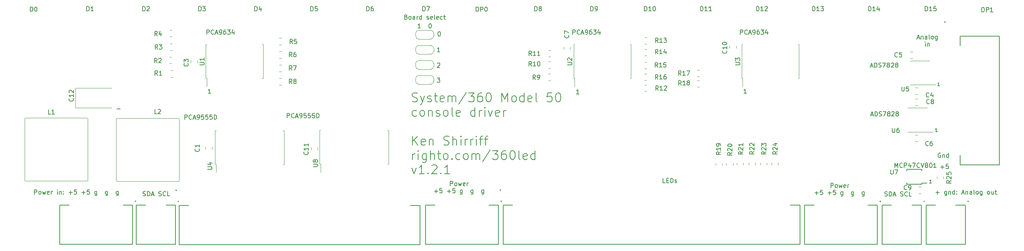
<source format=gto>
G04 #@! TF.GenerationSoftware,KiCad,Pcbnew,(6.0.4-0)*
G04 #@! TF.CreationDate,2022-04-05T21:31:33-07:00*
G04 #@! TF.ProjectId,led-driver,6c65642d-6472-4697-9665-722e6b696361,rev?*
G04 #@! TF.SameCoordinates,Original*
G04 #@! TF.FileFunction,Legend,Top*
G04 #@! TF.FilePolarity,Positive*
%FSLAX46Y46*%
G04 Gerber Fmt 4.6, Leading zero omitted, Abs format (unit mm)*
G04 Created by KiCad (PCBNEW (6.0.4-0)) date 2022-04-05 21:31:33*
%MOMM*%
%LPD*%
G01*
G04 APERTURE LIST*
%ADD10C,0.150000*%
%ADD11C,0.190500*%
%ADD12C,0.120000*%
%ADD13C,0.200000*%
G04 APERTURE END LIST*
D10*
X150404761Y-34452380D02*
X150404761Y-33452380D01*
X150785714Y-33452380D01*
X150880952Y-33500000D01*
X150928571Y-33547619D01*
X150976190Y-33642857D01*
X150976190Y-33785714D01*
X150928571Y-33880952D01*
X150880952Y-33928571D01*
X150785714Y-33976190D01*
X150404761Y-33976190D01*
X151976190Y-34357142D02*
X151928571Y-34404761D01*
X151785714Y-34452380D01*
X151690476Y-34452380D01*
X151547619Y-34404761D01*
X151452380Y-34309523D01*
X151404761Y-34214285D01*
X151357142Y-34023809D01*
X151357142Y-33880952D01*
X151404761Y-33690476D01*
X151452380Y-33595238D01*
X151547619Y-33500000D01*
X151690476Y-33452380D01*
X151785714Y-33452380D01*
X151928571Y-33500000D01*
X151976190Y-33547619D01*
X152357142Y-34166666D02*
X152833333Y-34166666D01*
X152261904Y-34452380D02*
X152595238Y-33452380D01*
X152928571Y-34452380D01*
X153309523Y-34452380D02*
X153500000Y-34452380D01*
X153595238Y-34404761D01*
X153642857Y-34357142D01*
X153738095Y-34214285D01*
X153785714Y-34023809D01*
X153785714Y-33642857D01*
X153738095Y-33547619D01*
X153690476Y-33500000D01*
X153595238Y-33452380D01*
X153404761Y-33452380D01*
X153309523Y-33500000D01*
X153261904Y-33547619D01*
X153214285Y-33642857D01*
X153214285Y-33880952D01*
X153261904Y-33976190D01*
X153309523Y-34023809D01*
X153404761Y-34071428D01*
X153595238Y-34071428D01*
X153690476Y-34023809D01*
X153738095Y-33976190D01*
X153785714Y-33880952D01*
X154642857Y-33452380D02*
X154452380Y-33452380D01*
X154357142Y-33500000D01*
X154309523Y-33547619D01*
X154214285Y-33690476D01*
X154166666Y-33880952D01*
X154166666Y-34261904D01*
X154214285Y-34357142D01*
X154261904Y-34404761D01*
X154357142Y-34452380D01*
X154547619Y-34452380D01*
X154642857Y-34404761D01*
X154690476Y-34357142D01*
X154738095Y-34261904D01*
X154738095Y-34023809D01*
X154690476Y-33928571D01*
X154642857Y-33880952D01*
X154547619Y-33833333D01*
X154357142Y-33833333D01*
X154261904Y-33880952D01*
X154214285Y-33928571D01*
X154166666Y-34023809D01*
X155071428Y-33452380D02*
X155690476Y-33452380D01*
X155357142Y-33833333D01*
X155500000Y-33833333D01*
X155595238Y-33880952D01*
X155642857Y-33928571D01*
X155690476Y-34023809D01*
X155690476Y-34261904D01*
X155642857Y-34357142D01*
X155595238Y-34404761D01*
X155500000Y-34452380D01*
X155214285Y-34452380D01*
X155119047Y-34404761D01*
X155071428Y-34357142D01*
X156547619Y-33785714D02*
X156547619Y-34452380D01*
X156309523Y-33404761D02*
X156071428Y-34119047D01*
X156690476Y-34119047D01*
X188404761Y-34452380D02*
X188404761Y-33452380D01*
X188785714Y-33452380D01*
X188880952Y-33500000D01*
X188928571Y-33547619D01*
X188976190Y-33642857D01*
X188976190Y-33785714D01*
X188928571Y-33880952D01*
X188880952Y-33928571D01*
X188785714Y-33976190D01*
X188404761Y-33976190D01*
X189976190Y-34357142D02*
X189928571Y-34404761D01*
X189785714Y-34452380D01*
X189690476Y-34452380D01*
X189547619Y-34404761D01*
X189452380Y-34309523D01*
X189404761Y-34214285D01*
X189357142Y-34023809D01*
X189357142Y-33880952D01*
X189404761Y-33690476D01*
X189452380Y-33595238D01*
X189547619Y-33500000D01*
X189690476Y-33452380D01*
X189785714Y-33452380D01*
X189928571Y-33500000D01*
X189976190Y-33547619D01*
X190357142Y-34166666D02*
X190833333Y-34166666D01*
X190261904Y-34452380D02*
X190595238Y-33452380D01*
X190928571Y-34452380D01*
X191309523Y-34452380D02*
X191500000Y-34452380D01*
X191595238Y-34404761D01*
X191642857Y-34357142D01*
X191738095Y-34214285D01*
X191785714Y-34023809D01*
X191785714Y-33642857D01*
X191738095Y-33547619D01*
X191690476Y-33500000D01*
X191595238Y-33452380D01*
X191404761Y-33452380D01*
X191309523Y-33500000D01*
X191261904Y-33547619D01*
X191214285Y-33642857D01*
X191214285Y-33880952D01*
X191261904Y-33976190D01*
X191309523Y-34023809D01*
X191404761Y-34071428D01*
X191595238Y-34071428D01*
X191690476Y-34023809D01*
X191738095Y-33976190D01*
X191785714Y-33880952D01*
X192642857Y-33452380D02*
X192452380Y-33452380D01*
X192357142Y-33500000D01*
X192309523Y-33547619D01*
X192214285Y-33690476D01*
X192166666Y-33880952D01*
X192166666Y-34261904D01*
X192214285Y-34357142D01*
X192261904Y-34404761D01*
X192357142Y-34452380D01*
X192547619Y-34452380D01*
X192642857Y-34404761D01*
X192690476Y-34357142D01*
X192738095Y-34261904D01*
X192738095Y-34023809D01*
X192690476Y-33928571D01*
X192642857Y-33880952D01*
X192547619Y-33833333D01*
X192357142Y-33833333D01*
X192261904Y-33880952D01*
X192214285Y-33928571D01*
X192166666Y-34023809D01*
X193071428Y-33452380D02*
X193690476Y-33452380D01*
X193357142Y-33833333D01*
X193500000Y-33833333D01*
X193595238Y-33880952D01*
X193642857Y-33928571D01*
X193690476Y-34023809D01*
X193690476Y-34261904D01*
X193642857Y-34357142D01*
X193595238Y-34404761D01*
X193500000Y-34452380D01*
X193214285Y-34452380D01*
X193119047Y-34404761D01*
X193071428Y-34357142D01*
X194547619Y-33785714D02*
X194547619Y-34452380D01*
X194309523Y-33404761D02*
X194071428Y-34119047D01*
X194690476Y-34119047D01*
X112585714Y-30528571D02*
X112728571Y-30576190D01*
X112776190Y-30623809D01*
X112823809Y-30719047D01*
X112823809Y-30861904D01*
X112776190Y-30957142D01*
X112728571Y-31004761D01*
X112633333Y-31052380D01*
X112252380Y-31052380D01*
X112252380Y-30052380D01*
X112585714Y-30052380D01*
X112680952Y-30100000D01*
X112728571Y-30147619D01*
X112776190Y-30242857D01*
X112776190Y-30338095D01*
X112728571Y-30433333D01*
X112680952Y-30480952D01*
X112585714Y-30528571D01*
X112252380Y-30528571D01*
X113395238Y-31052380D02*
X113300000Y-31004761D01*
X113252380Y-30957142D01*
X113204761Y-30861904D01*
X113204761Y-30576190D01*
X113252380Y-30480952D01*
X113300000Y-30433333D01*
X113395238Y-30385714D01*
X113538095Y-30385714D01*
X113633333Y-30433333D01*
X113680952Y-30480952D01*
X113728571Y-30576190D01*
X113728571Y-30861904D01*
X113680952Y-30957142D01*
X113633333Y-31004761D01*
X113538095Y-31052380D01*
X113395238Y-31052380D01*
X114585714Y-31052380D02*
X114585714Y-30528571D01*
X114538095Y-30433333D01*
X114442857Y-30385714D01*
X114252380Y-30385714D01*
X114157142Y-30433333D01*
X114585714Y-31004761D02*
X114490476Y-31052380D01*
X114252380Y-31052380D01*
X114157142Y-31004761D01*
X114109523Y-30909523D01*
X114109523Y-30814285D01*
X114157142Y-30719047D01*
X114252380Y-30671428D01*
X114490476Y-30671428D01*
X114585714Y-30623809D01*
X115061904Y-31052380D02*
X115061904Y-30385714D01*
X115061904Y-30576190D02*
X115109523Y-30480952D01*
X115157142Y-30433333D01*
X115252380Y-30385714D01*
X115347619Y-30385714D01*
X116109523Y-31052380D02*
X116109523Y-30052380D01*
X116109523Y-31004761D02*
X116014285Y-31052380D01*
X115823809Y-31052380D01*
X115728571Y-31004761D01*
X115680952Y-30957142D01*
X115633333Y-30861904D01*
X115633333Y-30576190D01*
X115680952Y-30480952D01*
X115728571Y-30433333D01*
X115823809Y-30385714D01*
X116014285Y-30385714D01*
X116109523Y-30433333D01*
X117300000Y-31004761D02*
X117395238Y-31052380D01*
X117585714Y-31052380D01*
X117680952Y-31004761D01*
X117728571Y-30909523D01*
X117728571Y-30861904D01*
X117680952Y-30766666D01*
X117585714Y-30719047D01*
X117442857Y-30719047D01*
X117347619Y-30671428D01*
X117300000Y-30576190D01*
X117300000Y-30528571D01*
X117347619Y-30433333D01*
X117442857Y-30385714D01*
X117585714Y-30385714D01*
X117680952Y-30433333D01*
X118538095Y-31004761D02*
X118442857Y-31052380D01*
X118252380Y-31052380D01*
X118157142Y-31004761D01*
X118109523Y-30909523D01*
X118109523Y-30528571D01*
X118157142Y-30433333D01*
X118252380Y-30385714D01*
X118442857Y-30385714D01*
X118538095Y-30433333D01*
X118585714Y-30528571D01*
X118585714Y-30623809D01*
X118109523Y-30719047D01*
X119157142Y-31052380D02*
X119061904Y-31004761D01*
X119014285Y-30909523D01*
X119014285Y-30052380D01*
X119919047Y-31004761D02*
X119823809Y-31052380D01*
X119633333Y-31052380D01*
X119538095Y-31004761D01*
X119490476Y-30909523D01*
X119490476Y-30528571D01*
X119538095Y-30433333D01*
X119633333Y-30385714D01*
X119823809Y-30385714D01*
X119919047Y-30433333D01*
X119966666Y-30528571D01*
X119966666Y-30623809D01*
X119490476Y-30719047D01*
X120823809Y-31004761D02*
X120728571Y-31052380D01*
X120538095Y-31052380D01*
X120442857Y-31004761D01*
X120395238Y-30957142D01*
X120347619Y-30861904D01*
X120347619Y-30576190D01*
X120395238Y-30480952D01*
X120442857Y-30433333D01*
X120538095Y-30385714D01*
X120728571Y-30385714D01*
X120823809Y-30433333D01*
X121109523Y-30385714D02*
X121490476Y-30385714D01*
X121252380Y-30052380D02*
X121252380Y-30909523D01*
X121300000Y-31004761D01*
X121395238Y-31052380D01*
X121490476Y-31052380D01*
X208923809Y-69247380D02*
X208923809Y-68247380D01*
X209304761Y-68247380D01*
X209400000Y-68295000D01*
X209447619Y-68342619D01*
X209495238Y-68437857D01*
X209495238Y-68580714D01*
X209447619Y-68675952D01*
X209400000Y-68723571D01*
X209304761Y-68771190D01*
X208923809Y-68771190D01*
X210066666Y-69247380D02*
X209971428Y-69199761D01*
X209923809Y-69152142D01*
X209876190Y-69056904D01*
X209876190Y-68771190D01*
X209923809Y-68675952D01*
X209971428Y-68628333D01*
X210066666Y-68580714D01*
X210209523Y-68580714D01*
X210304761Y-68628333D01*
X210352380Y-68675952D01*
X210400000Y-68771190D01*
X210400000Y-69056904D01*
X210352380Y-69152142D01*
X210304761Y-69199761D01*
X210209523Y-69247380D01*
X210066666Y-69247380D01*
X210733333Y-68580714D02*
X210923809Y-69247380D01*
X211114285Y-68771190D01*
X211304761Y-69247380D01*
X211495238Y-68580714D01*
X212257142Y-69199761D02*
X212161904Y-69247380D01*
X211971428Y-69247380D01*
X211876190Y-69199761D01*
X211828571Y-69104523D01*
X211828571Y-68723571D01*
X211876190Y-68628333D01*
X211971428Y-68580714D01*
X212161904Y-68580714D01*
X212257142Y-68628333D01*
X212304761Y-68723571D01*
X212304761Y-68818809D01*
X211828571Y-68914047D01*
X212733333Y-69247380D02*
X212733333Y-68580714D01*
X212733333Y-68771190D02*
X212780952Y-68675952D01*
X212828571Y-68628333D01*
X212923809Y-68580714D01*
X213019047Y-68580714D01*
X205304761Y-70476428D02*
X206066666Y-70476428D01*
X205685714Y-70857380D02*
X205685714Y-70095476D01*
X207019047Y-69857380D02*
X206542857Y-69857380D01*
X206495238Y-70333571D01*
X206542857Y-70285952D01*
X206638095Y-70238333D01*
X206876190Y-70238333D01*
X206971428Y-70285952D01*
X207019047Y-70333571D01*
X207066666Y-70428809D01*
X207066666Y-70666904D01*
X207019047Y-70762142D01*
X206971428Y-70809761D01*
X206876190Y-70857380D01*
X206638095Y-70857380D01*
X206542857Y-70809761D01*
X206495238Y-70762142D01*
X208257142Y-70476428D02*
X209019047Y-70476428D01*
X208638095Y-70857380D02*
X208638095Y-70095476D01*
X209971428Y-69857380D02*
X209495238Y-69857380D01*
X209447619Y-70333571D01*
X209495238Y-70285952D01*
X209590476Y-70238333D01*
X209828571Y-70238333D01*
X209923809Y-70285952D01*
X209971428Y-70333571D01*
X210019047Y-70428809D01*
X210019047Y-70666904D01*
X209971428Y-70762142D01*
X209923809Y-70809761D01*
X209828571Y-70857380D01*
X209590476Y-70857380D01*
X209495238Y-70809761D01*
X209447619Y-70762142D01*
X211638095Y-70190714D02*
X211638095Y-71000238D01*
X211590476Y-71095476D01*
X211542857Y-71143095D01*
X211447619Y-71190714D01*
X211304761Y-71190714D01*
X211209523Y-71143095D01*
X211638095Y-70809761D02*
X211542857Y-70857380D01*
X211352380Y-70857380D01*
X211257142Y-70809761D01*
X211209523Y-70762142D01*
X211161904Y-70666904D01*
X211161904Y-70381190D01*
X211209523Y-70285952D01*
X211257142Y-70238333D01*
X211352380Y-70190714D01*
X211542857Y-70190714D01*
X211638095Y-70238333D01*
X214066666Y-70190714D02*
X214066666Y-71000238D01*
X214019047Y-71095476D01*
X213971428Y-71143095D01*
X213876190Y-71190714D01*
X213733333Y-71190714D01*
X213638095Y-71143095D01*
X214066666Y-70809761D02*
X213971428Y-70857380D01*
X213780952Y-70857380D01*
X213685714Y-70809761D01*
X213638095Y-70762142D01*
X213590476Y-70666904D01*
X213590476Y-70381190D01*
X213638095Y-70285952D01*
X213685714Y-70238333D01*
X213780952Y-70190714D01*
X213971428Y-70190714D01*
X214066666Y-70238333D01*
X216495238Y-70190714D02*
X216495238Y-71000238D01*
X216447619Y-71095476D01*
X216400000Y-71143095D01*
X216304761Y-71190714D01*
X216161904Y-71190714D01*
X216066666Y-71143095D01*
X216495238Y-70809761D02*
X216400000Y-70857380D01*
X216209523Y-70857380D01*
X216114285Y-70809761D01*
X216066666Y-70762142D01*
X216019047Y-70666904D01*
X216019047Y-70381190D01*
X216066666Y-70285952D01*
X216114285Y-70238333D01*
X216209523Y-70190714D01*
X216400000Y-70190714D01*
X216495238Y-70238333D01*
X151810714Y-47977380D02*
X151239285Y-47977380D01*
X151525000Y-47977380D02*
X151525000Y-46977380D01*
X151429761Y-47120238D01*
X151334523Y-47215476D01*
X151239285Y-47263095D01*
X67404761Y-34452380D02*
X67404761Y-33452380D01*
X67785714Y-33452380D01*
X67880952Y-33500000D01*
X67928571Y-33547619D01*
X67976190Y-33642857D01*
X67976190Y-33785714D01*
X67928571Y-33880952D01*
X67880952Y-33928571D01*
X67785714Y-33976190D01*
X67404761Y-33976190D01*
X68976190Y-34357142D02*
X68928571Y-34404761D01*
X68785714Y-34452380D01*
X68690476Y-34452380D01*
X68547619Y-34404761D01*
X68452380Y-34309523D01*
X68404761Y-34214285D01*
X68357142Y-34023809D01*
X68357142Y-33880952D01*
X68404761Y-33690476D01*
X68452380Y-33595238D01*
X68547619Y-33500000D01*
X68690476Y-33452380D01*
X68785714Y-33452380D01*
X68928571Y-33500000D01*
X68976190Y-33547619D01*
X69357142Y-34166666D02*
X69833333Y-34166666D01*
X69261904Y-34452380D02*
X69595238Y-33452380D01*
X69928571Y-34452380D01*
X70309523Y-34452380D02*
X70500000Y-34452380D01*
X70595238Y-34404761D01*
X70642857Y-34357142D01*
X70738095Y-34214285D01*
X70785714Y-34023809D01*
X70785714Y-33642857D01*
X70738095Y-33547619D01*
X70690476Y-33500000D01*
X70595238Y-33452380D01*
X70404761Y-33452380D01*
X70309523Y-33500000D01*
X70261904Y-33547619D01*
X70214285Y-33642857D01*
X70214285Y-33880952D01*
X70261904Y-33976190D01*
X70309523Y-34023809D01*
X70404761Y-34071428D01*
X70595238Y-34071428D01*
X70690476Y-34023809D01*
X70738095Y-33976190D01*
X70785714Y-33880952D01*
X71642857Y-33452380D02*
X71452380Y-33452380D01*
X71357142Y-33500000D01*
X71309523Y-33547619D01*
X71214285Y-33690476D01*
X71166666Y-33880952D01*
X71166666Y-34261904D01*
X71214285Y-34357142D01*
X71261904Y-34404761D01*
X71357142Y-34452380D01*
X71547619Y-34452380D01*
X71642857Y-34404761D01*
X71690476Y-34357142D01*
X71738095Y-34261904D01*
X71738095Y-34023809D01*
X71690476Y-33928571D01*
X71642857Y-33880952D01*
X71547619Y-33833333D01*
X71357142Y-33833333D01*
X71261904Y-33880952D01*
X71214285Y-33928571D01*
X71166666Y-34023809D01*
X72071428Y-33452380D02*
X72690476Y-33452380D01*
X72357142Y-33833333D01*
X72500000Y-33833333D01*
X72595238Y-33880952D01*
X72642857Y-33928571D01*
X72690476Y-34023809D01*
X72690476Y-34261904D01*
X72642857Y-34357142D01*
X72595238Y-34404761D01*
X72500000Y-34452380D01*
X72214285Y-34452380D01*
X72119047Y-34404761D01*
X72071428Y-34357142D01*
X73547619Y-33785714D02*
X73547619Y-34452380D01*
X73309523Y-33404761D02*
X73071428Y-34119047D01*
X73690476Y-34119047D01*
X28300000Y-70752380D02*
X28300000Y-69752380D01*
X28680952Y-69752380D01*
X28776190Y-69800000D01*
X28823809Y-69847619D01*
X28871428Y-69942857D01*
X28871428Y-70085714D01*
X28823809Y-70180952D01*
X28776190Y-70228571D01*
X28680952Y-70276190D01*
X28300000Y-70276190D01*
X29442857Y-70752380D02*
X29347619Y-70704761D01*
X29300000Y-70657142D01*
X29252380Y-70561904D01*
X29252380Y-70276190D01*
X29300000Y-70180952D01*
X29347619Y-70133333D01*
X29442857Y-70085714D01*
X29585714Y-70085714D01*
X29680952Y-70133333D01*
X29728571Y-70180952D01*
X29776190Y-70276190D01*
X29776190Y-70561904D01*
X29728571Y-70657142D01*
X29680952Y-70704761D01*
X29585714Y-70752380D01*
X29442857Y-70752380D01*
X30109523Y-70085714D02*
X30300000Y-70752380D01*
X30490476Y-70276190D01*
X30680952Y-70752380D01*
X30871428Y-70085714D01*
X31633333Y-70704761D02*
X31538095Y-70752380D01*
X31347619Y-70752380D01*
X31252380Y-70704761D01*
X31204761Y-70609523D01*
X31204761Y-70228571D01*
X31252380Y-70133333D01*
X31347619Y-70085714D01*
X31538095Y-70085714D01*
X31633333Y-70133333D01*
X31680952Y-70228571D01*
X31680952Y-70323809D01*
X31204761Y-70419047D01*
X32109523Y-70752380D02*
X32109523Y-70085714D01*
X32109523Y-70276190D02*
X32157142Y-70180952D01*
X32204761Y-70133333D01*
X32300000Y-70085714D01*
X32395238Y-70085714D01*
X33490476Y-70752380D02*
X33490476Y-70085714D01*
X33490476Y-69752380D02*
X33442857Y-69800000D01*
X33490476Y-69847619D01*
X33538095Y-69800000D01*
X33490476Y-69752380D01*
X33490476Y-69847619D01*
X33966666Y-70085714D02*
X33966666Y-70752380D01*
X33966666Y-70180952D02*
X34014285Y-70133333D01*
X34109523Y-70085714D01*
X34252380Y-70085714D01*
X34347619Y-70133333D01*
X34395238Y-70228571D01*
X34395238Y-70752380D01*
X34871428Y-70657142D02*
X34919047Y-70704761D01*
X34871428Y-70752380D01*
X34823809Y-70704761D01*
X34871428Y-70657142D01*
X34871428Y-70752380D01*
X34871428Y-70133333D02*
X34919047Y-70180952D01*
X34871428Y-70228571D01*
X34823809Y-70180952D01*
X34871428Y-70133333D01*
X34871428Y-70228571D01*
X36109523Y-70371428D02*
X36871428Y-70371428D01*
X36490476Y-70752380D02*
X36490476Y-69990476D01*
X37823809Y-69752380D02*
X37347619Y-69752380D01*
X37300000Y-70228571D01*
X37347619Y-70180952D01*
X37442857Y-70133333D01*
X37680952Y-70133333D01*
X37776190Y-70180952D01*
X37823809Y-70228571D01*
X37871428Y-70323809D01*
X37871428Y-70561904D01*
X37823809Y-70657142D01*
X37776190Y-70704761D01*
X37680952Y-70752380D01*
X37442857Y-70752380D01*
X37347619Y-70704761D01*
X37300000Y-70657142D01*
X39061904Y-70371428D02*
X39823809Y-70371428D01*
X39442857Y-70752380D02*
X39442857Y-69990476D01*
X40776190Y-69752380D02*
X40300000Y-69752380D01*
X40252380Y-70228571D01*
X40300000Y-70180952D01*
X40395238Y-70133333D01*
X40633333Y-70133333D01*
X40728571Y-70180952D01*
X40776190Y-70228571D01*
X40823809Y-70323809D01*
X40823809Y-70561904D01*
X40776190Y-70657142D01*
X40728571Y-70704761D01*
X40633333Y-70752380D01*
X40395238Y-70752380D01*
X40300000Y-70704761D01*
X40252380Y-70657142D01*
X42442857Y-70085714D02*
X42442857Y-70895238D01*
X42395238Y-70990476D01*
X42347619Y-71038095D01*
X42252380Y-71085714D01*
X42109523Y-71085714D01*
X42014285Y-71038095D01*
X42442857Y-70704761D02*
X42347619Y-70752380D01*
X42157142Y-70752380D01*
X42061904Y-70704761D01*
X42014285Y-70657142D01*
X41966666Y-70561904D01*
X41966666Y-70276190D01*
X42014285Y-70180952D01*
X42061904Y-70133333D01*
X42157142Y-70085714D01*
X42347619Y-70085714D01*
X42442857Y-70133333D01*
X44871428Y-70085714D02*
X44871428Y-70895238D01*
X44823809Y-70990476D01*
X44776190Y-71038095D01*
X44680952Y-71085714D01*
X44538095Y-71085714D01*
X44442857Y-71038095D01*
X44871428Y-70704761D02*
X44776190Y-70752380D01*
X44585714Y-70752380D01*
X44490476Y-70704761D01*
X44442857Y-70657142D01*
X44395238Y-70561904D01*
X44395238Y-70276190D01*
X44442857Y-70180952D01*
X44490476Y-70133333D01*
X44585714Y-70085714D01*
X44776190Y-70085714D01*
X44871428Y-70133333D01*
X47299999Y-70085714D02*
X47299999Y-70895238D01*
X47252380Y-70990476D01*
X47204761Y-71038095D01*
X47109523Y-71085714D01*
X46966666Y-71085714D01*
X46871428Y-71038095D01*
X47299999Y-70704761D02*
X47204761Y-70752380D01*
X47014285Y-70752380D01*
X46919047Y-70704761D01*
X46871428Y-70657142D01*
X46823809Y-70561904D01*
X46823809Y-70276190D01*
X46871428Y-70180952D01*
X46919047Y-70133333D01*
X47014285Y-70085714D01*
X47204761Y-70085714D01*
X47299999Y-70133333D01*
X233838857Y-64587428D02*
X234600761Y-64587428D01*
X234219809Y-64968380D02*
X234219809Y-64206476D01*
X235553142Y-63968380D02*
X235076952Y-63968380D01*
X235029333Y-64444571D01*
X235076952Y-64396952D01*
X235172190Y-64349333D01*
X235410285Y-64349333D01*
X235505523Y-64396952D01*
X235553142Y-64444571D01*
X235600761Y-64539809D01*
X235600761Y-64777904D01*
X235553142Y-64873142D01*
X235505523Y-64920761D01*
X235410285Y-64968380D01*
X235172190Y-64968380D01*
X235076952Y-64920761D01*
X235029333Y-64873142D01*
X52923809Y-71104761D02*
X53066666Y-71152380D01*
X53304761Y-71152380D01*
X53400000Y-71104761D01*
X53447619Y-71057142D01*
X53495238Y-70961904D01*
X53495238Y-70866666D01*
X53447619Y-70771428D01*
X53400000Y-70723809D01*
X53304761Y-70676190D01*
X53114285Y-70628571D01*
X53019047Y-70580952D01*
X52971428Y-70533333D01*
X52923809Y-70438095D01*
X52923809Y-70342857D01*
X52971428Y-70247619D01*
X53019047Y-70200000D01*
X53114285Y-70152380D01*
X53352380Y-70152380D01*
X53495238Y-70200000D01*
X53923809Y-71152380D02*
X53923809Y-70152380D01*
X54161904Y-70152380D01*
X54304761Y-70200000D01*
X54400000Y-70295238D01*
X54447619Y-70390476D01*
X54495238Y-70580952D01*
X54495238Y-70723809D01*
X54447619Y-70914285D01*
X54400000Y-71009523D01*
X54304761Y-71104761D01*
X54161904Y-71152380D01*
X53923809Y-71152380D01*
X54876190Y-70866666D02*
X55352380Y-70866666D01*
X54780952Y-71152380D02*
X55114285Y-70152380D01*
X55447619Y-71152380D01*
X56495238Y-71104761D02*
X56638095Y-71152380D01*
X56876190Y-71152380D01*
X56971428Y-71104761D01*
X57019047Y-71057142D01*
X57066666Y-70961904D01*
X57066666Y-70866666D01*
X57019047Y-70771428D01*
X56971428Y-70723809D01*
X56876190Y-70676190D01*
X56685714Y-70628571D01*
X56590476Y-70580952D01*
X56542857Y-70533333D01*
X56495238Y-70438095D01*
X56495238Y-70342857D01*
X56542857Y-70247619D01*
X56590476Y-70200000D01*
X56685714Y-70152380D01*
X56923809Y-70152380D01*
X57066666Y-70200000D01*
X58066666Y-71057142D02*
X58019047Y-71104761D01*
X57876190Y-71152380D01*
X57780952Y-71152380D01*
X57638095Y-71104761D01*
X57542857Y-71009523D01*
X57495238Y-70914285D01*
X57447619Y-70723809D01*
X57447619Y-70580952D01*
X57495238Y-70390476D01*
X57542857Y-70295238D01*
X57638095Y-70200000D01*
X57780952Y-70152380D01*
X57876190Y-70152380D01*
X58019047Y-70200000D01*
X58066666Y-70247619D01*
X58971428Y-71152380D02*
X58495238Y-71152380D01*
X58495238Y-70152380D01*
X113984547Y-49693676D02*
X114274833Y-49790438D01*
X114758642Y-49790438D01*
X114952166Y-49693676D01*
X115048928Y-49596914D01*
X115145690Y-49403390D01*
X115145690Y-49209866D01*
X115048928Y-49016342D01*
X114952166Y-48919580D01*
X114758642Y-48822819D01*
X114371595Y-48726057D01*
X114178071Y-48629295D01*
X114081309Y-48532533D01*
X113984547Y-48339009D01*
X113984547Y-48145485D01*
X114081309Y-47951961D01*
X114178071Y-47855200D01*
X114371595Y-47758438D01*
X114855404Y-47758438D01*
X115145690Y-47855200D01*
X115823023Y-48435771D02*
X116306833Y-49790438D01*
X116790642Y-48435771D02*
X116306833Y-49790438D01*
X116113309Y-50274247D01*
X116016547Y-50371009D01*
X115823023Y-50467771D01*
X117467976Y-49693676D02*
X117661500Y-49790438D01*
X118048547Y-49790438D01*
X118242071Y-49693676D01*
X118338833Y-49500152D01*
X118338833Y-49403390D01*
X118242071Y-49209866D01*
X118048547Y-49113104D01*
X117758261Y-49113104D01*
X117564738Y-49016342D01*
X117467976Y-48822819D01*
X117467976Y-48726057D01*
X117564738Y-48532533D01*
X117758261Y-48435771D01*
X118048547Y-48435771D01*
X118242071Y-48532533D01*
X118919404Y-48435771D02*
X119693500Y-48435771D01*
X119209690Y-47758438D02*
X119209690Y-49500152D01*
X119306452Y-49693676D01*
X119499976Y-49790438D01*
X119693500Y-49790438D01*
X121144928Y-49693676D02*
X120951404Y-49790438D01*
X120564357Y-49790438D01*
X120370833Y-49693676D01*
X120274071Y-49500152D01*
X120274071Y-48726057D01*
X120370833Y-48532533D01*
X120564357Y-48435771D01*
X120951404Y-48435771D01*
X121144928Y-48532533D01*
X121241690Y-48726057D01*
X121241690Y-48919580D01*
X120274071Y-49113104D01*
X122112547Y-49790438D02*
X122112547Y-48435771D01*
X122112547Y-48629295D02*
X122209309Y-48532533D01*
X122402833Y-48435771D01*
X122693119Y-48435771D01*
X122886642Y-48532533D01*
X122983404Y-48726057D01*
X122983404Y-49790438D01*
X122983404Y-48726057D02*
X123080166Y-48532533D01*
X123273690Y-48435771D01*
X123563976Y-48435771D01*
X123757500Y-48532533D01*
X123854261Y-48726057D01*
X123854261Y-49790438D01*
X126273309Y-47661676D02*
X124531595Y-50274247D01*
X126757119Y-47758438D02*
X128015023Y-47758438D01*
X127337690Y-48532533D01*
X127627976Y-48532533D01*
X127821500Y-48629295D01*
X127918261Y-48726057D01*
X128015023Y-48919580D01*
X128015023Y-49403390D01*
X127918261Y-49596914D01*
X127821500Y-49693676D01*
X127627976Y-49790438D01*
X127047404Y-49790438D01*
X126853880Y-49693676D01*
X126757119Y-49596914D01*
X129756738Y-47758438D02*
X129369690Y-47758438D01*
X129176166Y-47855200D01*
X129079404Y-47951961D01*
X128885880Y-48242247D01*
X128789119Y-48629295D01*
X128789119Y-49403390D01*
X128885880Y-49596914D01*
X128982642Y-49693676D01*
X129176166Y-49790438D01*
X129563214Y-49790438D01*
X129756738Y-49693676D01*
X129853500Y-49596914D01*
X129950261Y-49403390D01*
X129950261Y-48919580D01*
X129853500Y-48726057D01*
X129756738Y-48629295D01*
X129563214Y-48532533D01*
X129176166Y-48532533D01*
X128982642Y-48629295D01*
X128885880Y-48726057D01*
X128789119Y-48919580D01*
X131208166Y-47758438D02*
X131401690Y-47758438D01*
X131595214Y-47855200D01*
X131691976Y-47951961D01*
X131788738Y-48145485D01*
X131885500Y-48532533D01*
X131885500Y-49016342D01*
X131788738Y-49403390D01*
X131691976Y-49596914D01*
X131595214Y-49693676D01*
X131401690Y-49790438D01*
X131208166Y-49790438D01*
X131014642Y-49693676D01*
X130917880Y-49596914D01*
X130821119Y-49403390D01*
X130724357Y-49016342D01*
X130724357Y-48532533D01*
X130821119Y-48145485D01*
X130917880Y-47951961D01*
X131014642Y-47855200D01*
X131208166Y-47758438D01*
X134304547Y-49790438D02*
X134304547Y-47758438D01*
X134981880Y-49209866D01*
X135659214Y-47758438D01*
X135659214Y-49790438D01*
X136917119Y-49790438D02*
X136723595Y-49693676D01*
X136626833Y-49596914D01*
X136530071Y-49403390D01*
X136530071Y-48822819D01*
X136626833Y-48629295D01*
X136723595Y-48532533D01*
X136917119Y-48435771D01*
X137207404Y-48435771D01*
X137400928Y-48532533D01*
X137497690Y-48629295D01*
X137594452Y-48822819D01*
X137594452Y-49403390D01*
X137497690Y-49596914D01*
X137400928Y-49693676D01*
X137207404Y-49790438D01*
X136917119Y-49790438D01*
X139336166Y-49790438D02*
X139336166Y-47758438D01*
X139336166Y-49693676D02*
X139142642Y-49790438D01*
X138755595Y-49790438D01*
X138562071Y-49693676D01*
X138465309Y-49596914D01*
X138368547Y-49403390D01*
X138368547Y-48822819D01*
X138465309Y-48629295D01*
X138562071Y-48532533D01*
X138755595Y-48435771D01*
X139142642Y-48435771D01*
X139336166Y-48532533D01*
X141077880Y-49693676D02*
X140884357Y-49790438D01*
X140497309Y-49790438D01*
X140303785Y-49693676D01*
X140207023Y-49500152D01*
X140207023Y-48726057D01*
X140303785Y-48532533D01*
X140497309Y-48435771D01*
X140884357Y-48435771D01*
X141077880Y-48532533D01*
X141174642Y-48726057D01*
X141174642Y-48919580D01*
X140207023Y-49113104D01*
X142335785Y-49790438D02*
X142142261Y-49693676D01*
X142045500Y-49500152D01*
X142045500Y-47758438D01*
X145625690Y-47758438D02*
X144658071Y-47758438D01*
X144561309Y-48726057D01*
X144658071Y-48629295D01*
X144851595Y-48532533D01*
X145335404Y-48532533D01*
X145528928Y-48629295D01*
X145625690Y-48726057D01*
X145722452Y-48919580D01*
X145722452Y-49403390D01*
X145625690Y-49596914D01*
X145528928Y-49693676D01*
X145335404Y-49790438D01*
X144851595Y-49790438D01*
X144658071Y-49693676D01*
X144561309Y-49596914D01*
X146980357Y-47758438D02*
X147173880Y-47758438D01*
X147367404Y-47855200D01*
X147464166Y-47951961D01*
X147560928Y-48145485D01*
X147657690Y-48532533D01*
X147657690Y-49016342D01*
X147560928Y-49403390D01*
X147464166Y-49596914D01*
X147367404Y-49693676D01*
X147173880Y-49790438D01*
X146980357Y-49790438D01*
X146786833Y-49693676D01*
X146690071Y-49596914D01*
X146593309Y-49403390D01*
X146496547Y-49016342D01*
X146496547Y-48532533D01*
X146593309Y-48145485D01*
X146690071Y-47951961D01*
X146786833Y-47855200D01*
X146980357Y-47758438D01*
X114952166Y-52965196D02*
X114758642Y-53061958D01*
X114371595Y-53061958D01*
X114178071Y-52965196D01*
X114081309Y-52868434D01*
X113984547Y-52674910D01*
X113984547Y-52094339D01*
X114081309Y-51900815D01*
X114178071Y-51804053D01*
X114371595Y-51707291D01*
X114758642Y-51707291D01*
X114952166Y-51804053D01*
X116113309Y-53061958D02*
X115919785Y-52965196D01*
X115823023Y-52868434D01*
X115726261Y-52674910D01*
X115726261Y-52094339D01*
X115823023Y-51900815D01*
X115919785Y-51804053D01*
X116113309Y-51707291D01*
X116403595Y-51707291D01*
X116597119Y-51804053D01*
X116693880Y-51900815D01*
X116790642Y-52094339D01*
X116790642Y-52674910D01*
X116693880Y-52868434D01*
X116597119Y-52965196D01*
X116403595Y-53061958D01*
X116113309Y-53061958D01*
X117661500Y-51707291D02*
X117661500Y-53061958D01*
X117661500Y-51900815D02*
X117758261Y-51804053D01*
X117951785Y-51707291D01*
X118242071Y-51707291D01*
X118435595Y-51804053D01*
X118532357Y-51997577D01*
X118532357Y-53061958D01*
X119403214Y-52965196D02*
X119596738Y-53061958D01*
X119983785Y-53061958D01*
X120177309Y-52965196D01*
X120274071Y-52771672D01*
X120274071Y-52674910D01*
X120177309Y-52481386D01*
X119983785Y-52384624D01*
X119693500Y-52384624D01*
X119499976Y-52287862D01*
X119403214Y-52094339D01*
X119403214Y-51997577D01*
X119499976Y-51804053D01*
X119693500Y-51707291D01*
X119983785Y-51707291D01*
X120177309Y-51804053D01*
X121435214Y-53061958D02*
X121241690Y-52965196D01*
X121144928Y-52868434D01*
X121048166Y-52674910D01*
X121048166Y-52094339D01*
X121144928Y-51900815D01*
X121241690Y-51804053D01*
X121435214Y-51707291D01*
X121725500Y-51707291D01*
X121919023Y-51804053D01*
X122015785Y-51900815D01*
X122112547Y-52094339D01*
X122112547Y-52674910D01*
X122015785Y-52868434D01*
X121919023Y-52965196D01*
X121725500Y-53061958D01*
X121435214Y-53061958D01*
X123273690Y-53061958D02*
X123080166Y-52965196D01*
X122983404Y-52771672D01*
X122983404Y-51029958D01*
X124821880Y-52965196D02*
X124628357Y-53061958D01*
X124241309Y-53061958D01*
X124047785Y-52965196D01*
X123951023Y-52771672D01*
X123951023Y-51997577D01*
X124047785Y-51804053D01*
X124241309Y-51707291D01*
X124628357Y-51707291D01*
X124821880Y-51804053D01*
X124918642Y-51997577D01*
X124918642Y-52191100D01*
X123951023Y-52384624D01*
X128208547Y-53061958D02*
X128208547Y-51029958D01*
X128208547Y-52965196D02*
X128015023Y-53061958D01*
X127627976Y-53061958D01*
X127434452Y-52965196D01*
X127337690Y-52868434D01*
X127240928Y-52674910D01*
X127240928Y-52094339D01*
X127337690Y-51900815D01*
X127434452Y-51804053D01*
X127627976Y-51707291D01*
X128015023Y-51707291D01*
X128208547Y-51804053D01*
X129176166Y-53061958D02*
X129176166Y-51707291D01*
X129176166Y-52094339D02*
X129272928Y-51900815D01*
X129369690Y-51804053D01*
X129563214Y-51707291D01*
X129756738Y-51707291D01*
X130434071Y-53061958D02*
X130434071Y-51707291D01*
X130434071Y-51029958D02*
X130337309Y-51126720D01*
X130434071Y-51223481D01*
X130530833Y-51126720D01*
X130434071Y-51029958D01*
X130434071Y-51223481D01*
X131208166Y-51707291D02*
X131691976Y-53061958D01*
X132175785Y-51707291D01*
X133723976Y-52965196D02*
X133530452Y-53061958D01*
X133143404Y-53061958D01*
X132949880Y-52965196D01*
X132853119Y-52771672D01*
X132853119Y-51997577D01*
X132949880Y-51804053D01*
X133143404Y-51707291D01*
X133530452Y-51707291D01*
X133723976Y-51804053D01*
X133820738Y-51997577D01*
X133820738Y-52191100D01*
X132853119Y-52384624D01*
X134691595Y-53061958D02*
X134691595Y-51707291D01*
X134691595Y-52094339D02*
X134788357Y-51900815D01*
X134885119Y-51804053D01*
X135078642Y-51707291D01*
X135272166Y-51707291D01*
X114081309Y-59604998D02*
X114081309Y-57572998D01*
X115242452Y-59604998D02*
X114371595Y-58443855D01*
X115242452Y-57572998D02*
X114081309Y-58734140D01*
X116887404Y-59508236D02*
X116693880Y-59604998D01*
X116306833Y-59604998D01*
X116113309Y-59508236D01*
X116016547Y-59314712D01*
X116016547Y-58540617D01*
X116113309Y-58347093D01*
X116306833Y-58250331D01*
X116693880Y-58250331D01*
X116887404Y-58347093D01*
X116984166Y-58540617D01*
X116984166Y-58734140D01*
X116016547Y-58927664D01*
X117855023Y-58250331D02*
X117855023Y-59604998D01*
X117855023Y-58443855D02*
X117951785Y-58347093D01*
X118145309Y-58250331D01*
X118435595Y-58250331D01*
X118629119Y-58347093D01*
X118725880Y-58540617D01*
X118725880Y-59604998D01*
X121144928Y-59508236D02*
X121435214Y-59604998D01*
X121919023Y-59604998D01*
X122112547Y-59508236D01*
X122209309Y-59411474D01*
X122306071Y-59217950D01*
X122306071Y-59024426D01*
X122209309Y-58830902D01*
X122112547Y-58734140D01*
X121919023Y-58637379D01*
X121531976Y-58540617D01*
X121338452Y-58443855D01*
X121241690Y-58347093D01*
X121144928Y-58153569D01*
X121144928Y-57960045D01*
X121241690Y-57766521D01*
X121338452Y-57669760D01*
X121531976Y-57572998D01*
X122015785Y-57572998D01*
X122306071Y-57669760D01*
X123176928Y-59604998D02*
X123176928Y-57572998D01*
X124047785Y-59604998D02*
X124047785Y-58540617D01*
X123951023Y-58347093D01*
X123757500Y-58250331D01*
X123467214Y-58250331D01*
X123273690Y-58347093D01*
X123176928Y-58443855D01*
X125015404Y-59604998D02*
X125015404Y-58250331D01*
X125015404Y-57572998D02*
X124918642Y-57669760D01*
X125015404Y-57766521D01*
X125112166Y-57669760D01*
X125015404Y-57572998D01*
X125015404Y-57766521D01*
X125983023Y-59604998D02*
X125983023Y-58250331D01*
X125983023Y-58637379D02*
X126079785Y-58443855D01*
X126176547Y-58347093D01*
X126370071Y-58250331D01*
X126563595Y-58250331D01*
X127240928Y-59604998D02*
X127240928Y-58250331D01*
X127240928Y-58637379D02*
X127337690Y-58443855D01*
X127434452Y-58347093D01*
X127627976Y-58250331D01*
X127821500Y-58250331D01*
X128498833Y-59604998D02*
X128498833Y-58250331D01*
X128498833Y-57572998D02*
X128402071Y-57669760D01*
X128498833Y-57766521D01*
X128595595Y-57669760D01*
X128498833Y-57572998D01*
X128498833Y-57766521D01*
X129176166Y-58250331D02*
X129950261Y-58250331D01*
X129466452Y-59604998D02*
X129466452Y-57863283D01*
X129563214Y-57669760D01*
X129756738Y-57572998D01*
X129950261Y-57572998D01*
X130337309Y-58250331D02*
X131111404Y-58250331D01*
X130627595Y-59604998D02*
X130627595Y-57863283D01*
X130724357Y-57669760D01*
X130917880Y-57572998D01*
X131111404Y-57572998D01*
X114081309Y-62876518D02*
X114081309Y-61521851D01*
X114081309Y-61908899D02*
X114178071Y-61715375D01*
X114274833Y-61618613D01*
X114468357Y-61521851D01*
X114661880Y-61521851D01*
X115339214Y-62876518D02*
X115339214Y-61521851D01*
X115339214Y-60844518D02*
X115242452Y-60941280D01*
X115339214Y-61038041D01*
X115435976Y-60941280D01*
X115339214Y-60844518D01*
X115339214Y-61038041D01*
X117177690Y-61521851D02*
X117177690Y-63166803D01*
X117080928Y-63360327D01*
X116984166Y-63457089D01*
X116790642Y-63553851D01*
X116500357Y-63553851D01*
X116306833Y-63457089D01*
X117177690Y-62779756D02*
X116984166Y-62876518D01*
X116597119Y-62876518D01*
X116403595Y-62779756D01*
X116306833Y-62682994D01*
X116210071Y-62489470D01*
X116210071Y-61908899D01*
X116306833Y-61715375D01*
X116403595Y-61618613D01*
X116597119Y-61521851D01*
X116984166Y-61521851D01*
X117177690Y-61618613D01*
X118145309Y-62876518D02*
X118145309Y-60844518D01*
X119016166Y-62876518D02*
X119016166Y-61812137D01*
X118919404Y-61618613D01*
X118725880Y-61521851D01*
X118435595Y-61521851D01*
X118242071Y-61618613D01*
X118145309Y-61715375D01*
X119693500Y-61521851D02*
X120467595Y-61521851D01*
X119983785Y-60844518D02*
X119983785Y-62586232D01*
X120080547Y-62779756D01*
X120274071Y-62876518D01*
X120467595Y-62876518D01*
X121435214Y-62876518D02*
X121241690Y-62779756D01*
X121144928Y-62682994D01*
X121048166Y-62489470D01*
X121048166Y-61908899D01*
X121144928Y-61715375D01*
X121241690Y-61618613D01*
X121435214Y-61521851D01*
X121725500Y-61521851D01*
X121919023Y-61618613D01*
X122015785Y-61715375D01*
X122112547Y-61908899D01*
X122112547Y-62489470D01*
X122015785Y-62682994D01*
X121919023Y-62779756D01*
X121725500Y-62876518D01*
X121435214Y-62876518D01*
X122983404Y-62682994D02*
X123080166Y-62779756D01*
X122983404Y-62876518D01*
X122886642Y-62779756D01*
X122983404Y-62682994D01*
X122983404Y-62876518D01*
X124821880Y-62779756D02*
X124628357Y-62876518D01*
X124241309Y-62876518D01*
X124047785Y-62779756D01*
X123951023Y-62682994D01*
X123854261Y-62489470D01*
X123854261Y-61908899D01*
X123951023Y-61715375D01*
X124047785Y-61618613D01*
X124241309Y-61521851D01*
X124628357Y-61521851D01*
X124821880Y-61618613D01*
X125983023Y-62876518D02*
X125789500Y-62779756D01*
X125692738Y-62682994D01*
X125595976Y-62489470D01*
X125595976Y-61908899D01*
X125692738Y-61715375D01*
X125789500Y-61618613D01*
X125983023Y-61521851D01*
X126273309Y-61521851D01*
X126466833Y-61618613D01*
X126563595Y-61715375D01*
X126660357Y-61908899D01*
X126660357Y-62489470D01*
X126563595Y-62682994D01*
X126466833Y-62779756D01*
X126273309Y-62876518D01*
X125983023Y-62876518D01*
X127531214Y-62876518D02*
X127531214Y-61521851D01*
X127531214Y-61715375D02*
X127627976Y-61618613D01*
X127821500Y-61521851D01*
X128111785Y-61521851D01*
X128305309Y-61618613D01*
X128402071Y-61812137D01*
X128402071Y-62876518D01*
X128402071Y-61812137D02*
X128498833Y-61618613D01*
X128692357Y-61521851D01*
X128982642Y-61521851D01*
X129176166Y-61618613D01*
X129272928Y-61812137D01*
X129272928Y-62876518D01*
X131691976Y-60747756D02*
X129950261Y-63360327D01*
X132175785Y-60844518D02*
X133433690Y-60844518D01*
X132756357Y-61618613D01*
X133046642Y-61618613D01*
X133240166Y-61715375D01*
X133336928Y-61812137D01*
X133433690Y-62005660D01*
X133433690Y-62489470D01*
X133336928Y-62682994D01*
X133240166Y-62779756D01*
X133046642Y-62876518D01*
X132466071Y-62876518D01*
X132272547Y-62779756D01*
X132175785Y-62682994D01*
X135175404Y-60844518D02*
X134788357Y-60844518D01*
X134594833Y-60941280D01*
X134498071Y-61038041D01*
X134304547Y-61328327D01*
X134207785Y-61715375D01*
X134207785Y-62489470D01*
X134304547Y-62682994D01*
X134401309Y-62779756D01*
X134594833Y-62876518D01*
X134981880Y-62876518D01*
X135175404Y-62779756D01*
X135272166Y-62682994D01*
X135368928Y-62489470D01*
X135368928Y-62005660D01*
X135272166Y-61812137D01*
X135175404Y-61715375D01*
X134981880Y-61618613D01*
X134594833Y-61618613D01*
X134401309Y-61715375D01*
X134304547Y-61812137D01*
X134207785Y-62005660D01*
X136626833Y-60844518D02*
X136820357Y-60844518D01*
X137013880Y-60941280D01*
X137110642Y-61038041D01*
X137207404Y-61231565D01*
X137304166Y-61618613D01*
X137304166Y-62102422D01*
X137207404Y-62489470D01*
X137110642Y-62682994D01*
X137013880Y-62779756D01*
X136820357Y-62876518D01*
X136626833Y-62876518D01*
X136433309Y-62779756D01*
X136336547Y-62682994D01*
X136239785Y-62489470D01*
X136143023Y-62102422D01*
X136143023Y-61618613D01*
X136239785Y-61231565D01*
X136336547Y-61038041D01*
X136433309Y-60941280D01*
X136626833Y-60844518D01*
X138465309Y-62876518D02*
X138271785Y-62779756D01*
X138175023Y-62586232D01*
X138175023Y-60844518D01*
X140013500Y-62779756D02*
X139819976Y-62876518D01*
X139432928Y-62876518D01*
X139239404Y-62779756D01*
X139142642Y-62586232D01*
X139142642Y-61812137D01*
X139239404Y-61618613D01*
X139432928Y-61521851D01*
X139819976Y-61521851D01*
X140013500Y-61618613D01*
X140110261Y-61812137D01*
X140110261Y-62005660D01*
X139142642Y-62199184D01*
X141851976Y-62876518D02*
X141851976Y-60844518D01*
X141851976Y-62779756D02*
X141658452Y-62876518D01*
X141271404Y-62876518D01*
X141077880Y-62779756D01*
X140981119Y-62682994D01*
X140884357Y-62489470D01*
X140884357Y-61908899D01*
X140981119Y-61715375D01*
X141077880Y-61618613D01*
X141271404Y-61521851D01*
X141658452Y-61521851D01*
X141851976Y-61618613D01*
X113887785Y-64793371D02*
X114371595Y-66148038D01*
X114855404Y-64793371D01*
X116693880Y-66148038D02*
X115532738Y-66148038D01*
X116113309Y-66148038D02*
X116113309Y-64116038D01*
X115919785Y-64406323D01*
X115726261Y-64599847D01*
X115532738Y-64696609D01*
X117564738Y-65954514D02*
X117661500Y-66051276D01*
X117564738Y-66148038D01*
X117467976Y-66051276D01*
X117564738Y-65954514D01*
X117564738Y-66148038D01*
X118435595Y-64309561D02*
X118532357Y-64212800D01*
X118725880Y-64116038D01*
X119209690Y-64116038D01*
X119403214Y-64212800D01*
X119499976Y-64309561D01*
X119596738Y-64503085D01*
X119596738Y-64696609D01*
X119499976Y-64986895D01*
X118338833Y-66148038D01*
X119596738Y-66148038D01*
X120467595Y-65954514D02*
X120564357Y-66051276D01*
X120467595Y-66148038D01*
X120370833Y-66051276D01*
X120467595Y-65954514D01*
X120467595Y-66148038D01*
X122499595Y-66148038D02*
X121338452Y-66148038D01*
X121919023Y-66148038D02*
X121919023Y-64116038D01*
X121725500Y-64406323D01*
X121531976Y-64599847D01*
X121338452Y-64696609D01*
X223433333Y-64702380D02*
X223433333Y-63702380D01*
X223766666Y-64416666D01*
X224100000Y-63702380D01*
X224100000Y-64702380D01*
X225147619Y-64607142D02*
X225100000Y-64654761D01*
X224957142Y-64702380D01*
X224861904Y-64702380D01*
X224719047Y-64654761D01*
X224623809Y-64559523D01*
X224576190Y-64464285D01*
X224528571Y-64273809D01*
X224528571Y-64130952D01*
X224576190Y-63940476D01*
X224623809Y-63845238D01*
X224719047Y-63750000D01*
X224861904Y-63702380D01*
X224957142Y-63702380D01*
X225100000Y-63750000D01*
X225147619Y-63797619D01*
X225576190Y-64702380D02*
X225576190Y-63702380D01*
X225957142Y-63702380D01*
X226052380Y-63750000D01*
X226100000Y-63797619D01*
X226147619Y-63892857D01*
X226147619Y-64035714D01*
X226100000Y-64130952D01*
X226052380Y-64178571D01*
X225957142Y-64226190D01*
X225576190Y-64226190D01*
X227004761Y-64035714D02*
X227004761Y-64702380D01*
X226766666Y-63654761D02*
X226528571Y-64369047D01*
X227147619Y-64369047D01*
X227433333Y-63702380D02*
X228100000Y-63702380D01*
X227671428Y-64702380D01*
X229052380Y-64607142D02*
X229004761Y-64654761D01*
X228861904Y-64702380D01*
X228766666Y-64702380D01*
X228623809Y-64654761D01*
X228528571Y-64559523D01*
X228480952Y-64464285D01*
X228433333Y-64273809D01*
X228433333Y-64130952D01*
X228480952Y-63940476D01*
X228528571Y-63845238D01*
X228623809Y-63750000D01*
X228766666Y-63702380D01*
X228861904Y-63702380D01*
X229004761Y-63750000D01*
X229052380Y-63797619D01*
X229338095Y-63702380D02*
X229671428Y-64702380D01*
X230004761Y-63702380D01*
X230671428Y-64178571D02*
X230814285Y-64226190D01*
X230861904Y-64273809D01*
X230909523Y-64369047D01*
X230909523Y-64511904D01*
X230861904Y-64607142D01*
X230814285Y-64654761D01*
X230719047Y-64702380D01*
X230338095Y-64702380D01*
X230338095Y-63702380D01*
X230671428Y-63702380D01*
X230766666Y-63750000D01*
X230814285Y-63797619D01*
X230861904Y-63892857D01*
X230861904Y-63988095D01*
X230814285Y-64083333D01*
X230766666Y-64130952D01*
X230671428Y-64178571D01*
X230338095Y-64178571D01*
X231528571Y-63702380D02*
X231623809Y-63702380D01*
X231719047Y-63750000D01*
X231766666Y-63797619D01*
X231814285Y-63892857D01*
X231861904Y-64083333D01*
X231861904Y-64321428D01*
X231814285Y-64511904D01*
X231766666Y-64607142D01*
X231719047Y-64654761D01*
X231623809Y-64702380D01*
X231528571Y-64702380D01*
X231433333Y-64654761D01*
X231385714Y-64607142D01*
X231338095Y-64511904D01*
X231290476Y-64321428D01*
X231290476Y-64083333D01*
X231338095Y-63892857D01*
X231385714Y-63797619D01*
X231433333Y-63750000D01*
X231528571Y-63702380D01*
X232814285Y-64702380D02*
X232242857Y-64702380D01*
X232528571Y-64702380D02*
X232528571Y-63702380D01*
X232433333Y-63845238D01*
X232338095Y-63940476D01*
X232242857Y-63988095D01*
X189785714Y-47877380D02*
X189214285Y-47877380D01*
X189500000Y-47877380D02*
X189500000Y-46877380D01*
X189404761Y-47020238D01*
X189309523Y-47115476D01*
X189214285Y-47163095D01*
D11*
X233592714Y-46119714D02*
X233157285Y-46119714D01*
X233375000Y-46119714D02*
X233375000Y-45357714D01*
X233302428Y-45466571D01*
X233229857Y-45539142D01*
X233157285Y-45575428D01*
D10*
X228490476Y-35261666D02*
X228966666Y-35261666D01*
X228395238Y-35547380D02*
X228728571Y-34547380D01*
X229061904Y-35547380D01*
X229395238Y-34880714D02*
X229395238Y-35547380D01*
X229395238Y-34975952D02*
X229442857Y-34928333D01*
X229538095Y-34880714D01*
X229680952Y-34880714D01*
X229776190Y-34928333D01*
X229823809Y-35023571D01*
X229823809Y-35547380D01*
X230728571Y-35547380D02*
X230728571Y-35023571D01*
X230680952Y-34928333D01*
X230585714Y-34880714D01*
X230395238Y-34880714D01*
X230300000Y-34928333D01*
X230728571Y-35499761D02*
X230633333Y-35547380D01*
X230395238Y-35547380D01*
X230300000Y-35499761D01*
X230252380Y-35404523D01*
X230252380Y-35309285D01*
X230300000Y-35214047D01*
X230395238Y-35166428D01*
X230633333Y-35166428D01*
X230728571Y-35118809D01*
X231347619Y-35547380D02*
X231252380Y-35499761D01*
X231204761Y-35404523D01*
X231204761Y-34547380D01*
X231871428Y-35547380D02*
X231776190Y-35499761D01*
X231728571Y-35452142D01*
X231680952Y-35356904D01*
X231680952Y-35071190D01*
X231728571Y-34975952D01*
X231776190Y-34928333D01*
X231871428Y-34880714D01*
X232014285Y-34880714D01*
X232109523Y-34928333D01*
X232157142Y-34975952D01*
X232204761Y-35071190D01*
X232204761Y-35356904D01*
X232157142Y-35452142D01*
X232109523Y-35499761D01*
X232014285Y-35547380D01*
X231871428Y-35547380D01*
X233061904Y-34880714D02*
X233061904Y-35690238D01*
X233014285Y-35785476D01*
X232966666Y-35833095D01*
X232871428Y-35880714D01*
X232728571Y-35880714D01*
X232633333Y-35833095D01*
X233061904Y-35499761D02*
X232966666Y-35547380D01*
X232776190Y-35547380D01*
X232680952Y-35499761D01*
X232633333Y-35452142D01*
X232585714Y-35356904D01*
X232585714Y-35071190D01*
X232633333Y-34975952D01*
X232680952Y-34928333D01*
X232776190Y-34880714D01*
X232966666Y-34880714D01*
X233061904Y-34928333D01*
X230347619Y-37157380D02*
X230347619Y-36490714D01*
X230347619Y-36157380D02*
X230300000Y-36205000D01*
X230347619Y-36252619D01*
X230395238Y-36205000D01*
X230347619Y-36157380D01*
X230347619Y-36252619D01*
X230823809Y-36490714D02*
X230823809Y-37157380D01*
X230823809Y-36585952D02*
X230871428Y-36538333D01*
X230966666Y-36490714D01*
X231109523Y-36490714D01*
X231204761Y-36538333D01*
X231252380Y-36633571D01*
X231252380Y-37157380D01*
X62379761Y-53752380D02*
X62379761Y-52752380D01*
X62760714Y-52752380D01*
X62855952Y-52800000D01*
X62903571Y-52847619D01*
X62951190Y-52942857D01*
X62951190Y-53085714D01*
X62903571Y-53180952D01*
X62855952Y-53228571D01*
X62760714Y-53276190D01*
X62379761Y-53276190D01*
X63951190Y-53657142D02*
X63903571Y-53704761D01*
X63760714Y-53752380D01*
X63665476Y-53752380D01*
X63522619Y-53704761D01*
X63427380Y-53609523D01*
X63379761Y-53514285D01*
X63332142Y-53323809D01*
X63332142Y-53180952D01*
X63379761Y-52990476D01*
X63427380Y-52895238D01*
X63522619Y-52800000D01*
X63665476Y-52752380D01*
X63760714Y-52752380D01*
X63903571Y-52800000D01*
X63951190Y-52847619D01*
X64332142Y-53466666D02*
X64808333Y-53466666D01*
X64236904Y-53752380D02*
X64570238Y-52752380D01*
X64903571Y-53752380D01*
X65284523Y-53752380D02*
X65475000Y-53752380D01*
X65570238Y-53704761D01*
X65617857Y-53657142D01*
X65713095Y-53514285D01*
X65760714Y-53323809D01*
X65760714Y-52942857D01*
X65713095Y-52847619D01*
X65665476Y-52800000D01*
X65570238Y-52752380D01*
X65379761Y-52752380D01*
X65284523Y-52800000D01*
X65236904Y-52847619D01*
X65189285Y-52942857D01*
X65189285Y-53180952D01*
X65236904Y-53276190D01*
X65284523Y-53323809D01*
X65379761Y-53371428D01*
X65570238Y-53371428D01*
X65665476Y-53323809D01*
X65713095Y-53276190D01*
X65760714Y-53180952D01*
X66665476Y-52752380D02*
X66189285Y-52752380D01*
X66141666Y-53228571D01*
X66189285Y-53180952D01*
X66284523Y-53133333D01*
X66522619Y-53133333D01*
X66617857Y-53180952D01*
X66665476Y-53228571D01*
X66713095Y-53323809D01*
X66713095Y-53561904D01*
X66665476Y-53657142D01*
X66617857Y-53704761D01*
X66522619Y-53752380D01*
X66284523Y-53752380D01*
X66189285Y-53704761D01*
X66141666Y-53657142D01*
X67617857Y-52752380D02*
X67141666Y-52752380D01*
X67094047Y-53228571D01*
X67141666Y-53180952D01*
X67236904Y-53133333D01*
X67475000Y-53133333D01*
X67570238Y-53180952D01*
X67617857Y-53228571D01*
X67665476Y-53323809D01*
X67665476Y-53561904D01*
X67617857Y-53657142D01*
X67570238Y-53704761D01*
X67475000Y-53752380D01*
X67236904Y-53752380D01*
X67141666Y-53704761D01*
X67094047Y-53657142D01*
X68570238Y-52752380D02*
X68094047Y-52752380D01*
X68046428Y-53228571D01*
X68094047Y-53180952D01*
X68189285Y-53133333D01*
X68427380Y-53133333D01*
X68522619Y-53180952D01*
X68570238Y-53228571D01*
X68617857Y-53323809D01*
X68617857Y-53561904D01*
X68570238Y-53657142D01*
X68522619Y-53704761D01*
X68427380Y-53752380D01*
X68189285Y-53752380D01*
X68094047Y-53704761D01*
X68046428Y-53657142D01*
X69046428Y-53752380D02*
X69046428Y-52752380D01*
X69284523Y-52752380D01*
X69427380Y-52800000D01*
X69522619Y-52895238D01*
X69570238Y-52990476D01*
X69617857Y-53180952D01*
X69617857Y-53323809D01*
X69570238Y-53514285D01*
X69522619Y-53609523D01*
X69427380Y-53704761D01*
X69284523Y-53752380D01*
X69046428Y-53752380D01*
X171352380Y-68152380D02*
X170876190Y-68152380D01*
X170876190Y-67152380D01*
X171685714Y-67628571D02*
X172019047Y-67628571D01*
X172161904Y-68152380D02*
X171685714Y-68152380D01*
X171685714Y-67152380D01*
X172161904Y-67152380D01*
X172590476Y-68152380D02*
X172590476Y-67152380D01*
X172828571Y-67152380D01*
X172971428Y-67200000D01*
X173066666Y-67295238D01*
X173114285Y-67390476D01*
X173161904Y-67580952D01*
X173161904Y-67723809D01*
X173114285Y-67914285D01*
X173066666Y-68009523D01*
X172971428Y-68104761D01*
X172828571Y-68152380D01*
X172590476Y-68152380D01*
X173542857Y-68104761D02*
X173638095Y-68152380D01*
X173828571Y-68152380D01*
X173923809Y-68104761D01*
X173971428Y-68009523D01*
X173971428Y-67961904D01*
X173923809Y-67866666D01*
X173828571Y-67819047D01*
X173685714Y-67819047D01*
X173590476Y-67771428D01*
X173542857Y-67676190D01*
X173542857Y-67628571D01*
X173590476Y-67533333D01*
X173685714Y-67485714D01*
X173828571Y-67485714D01*
X173923809Y-67533333D01*
X115847619Y-33052380D02*
X115276190Y-33052380D01*
X115561904Y-33052380D02*
X115561904Y-32052380D01*
X115466666Y-32195238D01*
X115371428Y-32290476D01*
X115276190Y-32338095D01*
X117990476Y-32052380D02*
X118085714Y-32052380D01*
X118180952Y-32100000D01*
X118228571Y-32147619D01*
X118276190Y-32242857D01*
X118323809Y-32433333D01*
X118323809Y-32671428D01*
X118276190Y-32861904D01*
X118228571Y-32957142D01*
X118180952Y-33004761D01*
X118085714Y-33052380D01*
X117990476Y-33052380D01*
X117895238Y-33004761D01*
X117847619Y-32957142D01*
X117800000Y-32861904D01*
X117752380Y-32671428D01*
X117752380Y-32433333D01*
X117800000Y-32242857D01*
X117847619Y-32147619D01*
X117895238Y-32100000D01*
X117990476Y-32052380D01*
X46969047Y-51421428D02*
X47730952Y-51421428D01*
X232740476Y-70371428D02*
X233502380Y-70371428D01*
X233121428Y-70752380D02*
X233121428Y-69990476D01*
X235169047Y-70085714D02*
X235169047Y-70895238D01*
X235121428Y-70990476D01*
X235073809Y-71038095D01*
X234978571Y-71085714D01*
X234835714Y-71085714D01*
X234740476Y-71038095D01*
X235169047Y-70704761D02*
X235073809Y-70752380D01*
X234883333Y-70752380D01*
X234788095Y-70704761D01*
X234740476Y-70657142D01*
X234692857Y-70561904D01*
X234692857Y-70276190D01*
X234740476Y-70180952D01*
X234788095Y-70133333D01*
X234883333Y-70085714D01*
X235073809Y-70085714D01*
X235169047Y-70133333D01*
X235645238Y-70085714D02*
X235645238Y-70752380D01*
X235645238Y-70180952D02*
X235692857Y-70133333D01*
X235788095Y-70085714D01*
X235930952Y-70085714D01*
X236026190Y-70133333D01*
X236073809Y-70228571D01*
X236073809Y-70752380D01*
X236978571Y-70752380D02*
X236978571Y-69752380D01*
X236978571Y-70704761D02*
X236883333Y-70752380D01*
X236692857Y-70752380D01*
X236597619Y-70704761D01*
X236550000Y-70657142D01*
X236502380Y-70561904D01*
X236502380Y-70276190D01*
X236550000Y-70180952D01*
X236597619Y-70133333D01*
X236692857Y-70085714D01*
X236883333Y-70085714D01*
X236978571Y-70133333D01*
X237454761Y-70657142D02*
X237502380Y-70704761D01*
X237454761Y-70752380D01*
X237407142Y-70704761D01*
X237454761Y-70657142D01*
X237454761Y-70752380D01*
X237454761Y-70133333D02*
X237502380Y-70180952D01*
X237454761Y-70228571D01*
X237407142Y-70180952D01*
X237454761Y-70133333D01*
X237454761Y-70228571D01*
X238645238Y-70466666D02*
X239121428Y-70466666D01*
X238550000Y-70752380D02*
X238883333Y-69752380D01*
X239216666Y-70752380D01*
X239550000Y-70085714D02*
X239550000Y-70752380D01*
X239550000Y-70180952D02*
X239597619Y-70133333D01*
X239692857Y-70085714D01*
X239835714Y-70085714D01*
X239930952Y-70133333D01*
X239978571Y-70228571D01*
X239978571Y-70752380D01*
X240883333Y-70752380D02*
X240883333Y-70228571D01*
X240835714Y-70133333D01*
X240740476Y-70085714D01*
X240550000Y-70085714D01*
X240454761Y-70133333D01*
X240883333Y-70704761D02*
X240788095Y-70752380D01*
X240550000Y-70752380D01*
X240454761Y-70704761D01*
X240407142Y-70609523D01*
X240407142Y-70514285D01*
X240454761Y-70419047D01*
X240550000Y-70371428D01*
X240788095Y-70371428D01*
X240883333Y-70323809D01*
X241502380Y-70752380D02*
X241407142Y-70704761D01*
X241359523Y-70609523D01*
X241359523Y-69752380D01*
X242026190Y-70752380D02*
X241930952Y-70704761D01*
X241883333Y-70657142D01*
X241835714Y-70561904D01*
X241835714Y-70276190D01*
X241883333Y-70180952D01*
X241930952Y-70133333D01*
X242026190Y-70085714D01*
X242169047Y-70085714D01*
X242264285Y-70133333D01*
X242311904Y-70180952D01*
X242359523Y-70276190D01*
X242359523Y-70561904D01*
X242311904Y-70657142D01*
X242264285Y-70704761D01*
X242169047Y-70752380D01*
X242026190Y-70752380D01*
X243216666Y-70085714D02*
X243216666Y-70895238D01*
X243169047Y-70990476D01*
X243121428Y-71038095D01*
X243026190Y-71085714D01*
X242883333Y-71085714D01*
X242788095Y-71038095D01*
X243216666Y-70704761D02*
X243121428Y-70752380D01*
X242930952Y-70752380D01*
X242835714Y-70704761D01*
X242788095Y-70657142D01*
X242740476Y-70561904D01*
X242740476Y-70276190D01*
X242788095Y-70180952D01*
X242835714Y-70133333D01*
X242930952Y-70085714D01*
X243121428Y-70085714D01*
X243216666Y-70133333D01*
X244597619Y-70752380D02*
X244502380Y-70704761D01*
X244454761Y-70657142D01*
X244407142Y-70561904D01*
X244407142Y-70276190D01*
X244454761Y-70180952D01*
X244502380Y-70133333D01*
X244597619Y-70085714D01*
X244740476Y-70085714D01*
X244835714Y-70133333D01*
X244883333Y-70180952D01*
X244930952Y-70276190D01*
X244930952Y-70561904D01*
X244883333Y-70657142D01*
X244835714Y-70704761D01*
X244740476Y-70752380D01*
X244597619Y-70752380D01*
X245788095Y-70085714D02*
X245788095Y-70752380D01*
X245359523Y-70085714D02*
X245359523Y-70609523D01*
X245407142Y-70704761D01*
X245502380Y-70752380D01*
X245645238Y-70752380D01*
X245740476Y-70704761D01*
X245788095Y-70657142D01*
X246121428Y-70085714D02*
X246502380Y-70085714D01*
X246264285Y-69752380D02*
X246264285Y-70609523D01*
X246311904Y-70704761D01*
X246407142Y-70752380D01*
X246502380Y-70752380D01*
X221148809Y-71154761D02*
X221291666Y-71202380D01*
X221529761Y-71202380D01*
X221625000Y-71154761D01*
X221672619Y-71107142D01*
X221720238Y-71011904D01*
X221720238Y-70916666D01*
X221672619Y-70821428D01*
X221625000Y-70773809D01*
X221529761Y-70726190D01*
X221339285Y-70678571D01*
X221244047Y-70630952D01*
X221196428Y-70583333D01*
X221148809Y-70488095D01*
X221148809Y-70392857D01*
X221196428Y-70297619D01*
X221244047Y-70250000D01*
X221339285Y-70202380D01*
X221577380Y-70202380D01*
X221720238Y-70250000D01*
X222148809Y-71202380D02*
X222148809Y-70202380D01*
X222386904Y-70202380D01*
X222529761Y-70250000D01*
X222625000Y-70345238D01*
X222672619Y-70440476D01*
X222720238Y-70630952D01*
X222720238Y-70773809D01*
X222672619Y-70964285D01*
X222625000Y-71059523D01*
X222529761Y-71154761D01*
X222386904Y-71202380D01*
X222148809Y-71202380D01*
X223101190Y-70916666D02*
X223577380Y-70916666D01*
X223005952Y-71202380D02*
X223339285Y-70202380D01*
X223672619Y-71202380D01*
X224720238Y-71154761D02*
X224863095Y-71202380D01*
X225101190Y-71202380D01*
X225196428Y-71154761D01*
X225244047Y-71107142D01*
X225291666Y-71011904D01*
X225291666Y-70916666D01*
X225244047Y-70821428D01*
X225196428Y-70773809D01*
X225101190Y-70726190D01*
X224910714Y-70678571D01*
X224815476Y-70630952D01*
X224767857Y-70583333D01*
X224720238Y-70488095D01*
X224720238Y-70392857D01*
X224767857Y-70297619D01*
X224815476Y-70250000D01*
X224910714Y-70202380D01*
X225148809Y-70202380D01*
X225291666Y-70250000D01*
X226291666Y-71107142D02*
X226244047Y-71154761D01*
X226101190Y-71202380D01*
X226005952Y-71202380D01*
X225863095Y-71154761D01*
X225767857Y-71059523D01*
X225720238Y-70964285D01*
X225672619Y-70773809D01*
X225672619Y-70630952D01*
X225720238Y-70440476D01*
X225767857Y-70345238D01*
X225863095Y-70250000D01*
X226005952Y-70202380D01*
X226101190Y-70202380D01*
X226244047Y-70250000D01*
X226291666Y-70297619D01*
X227196428Y-71202380D02*
X226720238Y-71202380D01*
X226720238Y-70202380D01*
X233799142Y-61476000D02*
X233703904Y-61428380D01*
X233561047Y-61428380D01*
X233418190Y-61476000D01*
X233322952Y-61571238D01*
X233275333Y-61666476D01*
X233227714Y-61856952D01*
X233227714Y-61999809D01*
X233275333Y-62190285D01*
X233322952Y-62285523D01*
X233418190Y-62380761D01*
X233561047Y-62428380D01*
X233656285Y-62428380D01*
X233799142Y-62380761D01*
X233846761Y-62333142D01*
X233846761Y-61999809D01*
X233656285Y-61999809D01*
X234275333Y-61761714D02*
X234275333Y-62428380D01*
X234275333Y-61856952D02*
X234322952Y-61809333D01*
X234418190Y-61761714D01*
X234561047Y-61761714D01*
X234656285Y-61809333D01*
X234703904Y-61904571D01*
X234703904Y-62428380D01*
X235608666Y-62428380D02*
X235608666Y-61428380D01*
X235608666Y-62380761D02*
X235513428Y-62428380D01*
X235322952Y-62428380D01*
X235227714Y-62380761D01*
X235180095Y-62333142D01*
X235132476Y-62237904D01*
X235132476Y-61952190D01*
X235180095Y-61856952D01*
X235227714Y-61809333D01*
X235322952Y-61761714D01*
X235513428Y-61761714D01*
X235608666Y-61809333D01*
X217905952Y-41666666D02*
X218382142Y-41666666D01*
X217810714Y-41952380D02*
X218144047Y-40952380D01*
X218477380Y-41952380D01*
X218810714Y-41952380D02*
X218810714Y-40952380D01*
X219048809Y-40952380D01*
X219191666Y-41000000D01*
X219286904Y-41095238D01*
X219334523Y-41190476D01*
X219382142Y-41380952D01*
X219382142Y-41523809D01*
X219334523Y-41714285D01*
X219286904Y-41809523D01*
X219191666Y-41904761D01*
X219048809Y-41952380D01*
X218810714Y-41952380D01*
X219763095Y-41904761D02*
X219905952Y-41952380D01*
X220144047Y-41952380D01*
X220239285Y-41904761D01*
X220286904Y-41857142D01*
X220334523Y-41761904D01*
X220334523Y-41666666D01*
X220286904Y-41571428D01*
X220239285Y-41523809D01*
X220144047Y-41476190D01*
X219953571Y-41428571D01*
X219858333Y-41380952D01*
X219810714Y-41333333D01*
X219763095Y-41238095D01*
X219763095Y-41142857D01*
X219810714Y-41047619D01*
X219858333Y-41000000D01*
X219953571Y-40952380D01*
X220191666Y-40952380D01*
X220334523Y-41000000D01*
X220667857Y-40952380D02*
X221334523Y-40952380D01*
X220905952Y-41952380D01*
X221858333Y-41380952D02*
X221763095Y-41333333D01*
X221715476Y-41285714D01*
X221667857Y-41190476D01*
X221667857Y-41142857D01*
X221715476Y-41047619D01*
X221763095Y-41000000D01*
X221858333Y-40952380D01*
X222048809Y-40952380D01*
X222144047Y-41000000D01*
X222191666Y-41047619D01*
X222239285Y-41142857D01*
X222239285Y-41190476D01*
X222191666Y-41285714D01*
X222144047Y-41333333D01*
X222048809Y-41380952D01*
X221858333Y-41380952D01*
X221763095Y-41428571D01*
X221715476Y-41476190D01*
X221667857Y-41571428D01*
X221667857Y-41761904D01*
X221715476Y-41857142D01*
X221763095Y-41904761D01*
X221858333Y-41952380D01*
X222048809Y-41952380D01*
X222144047Y-41904761D01*
X222191666Y-41857142D01*
X222239285Y-41761904D01*
X222239285Y-41571428D01*
X222191666Y-41476190D01*
X222144047Y-41428571D01*
X222048809Y-41380952D01*
X222620238Y-41047619D02*
X222667857Y-41000000D01*
X222763095Y-40952380D01*
X223001190Y-40952380D01*
X223096428Y-41000000D01*
X223144047Y-41047619D01*
X223191666Y-41142857D01*
X223191666Y-41238095D01*
X223144047Y-41380952D01*
X222572619Y-41952380D01*
X223191666Y-41952380D01*
X223763095Y-41380952D02*
X223667857Y-41333333D01*
X223620238Y-41285714D01*
X223572619Y-41190476D01*
X223572619Y-41142857D01*
X223620238Y-41047619D01*
X223667857Y-41000000D01*
X223763095Y-40952380D01*
X223953571Y-40952380D01*
X224048809Y-41000000D01*
X224096428Y-41047619D01*
X224144047Y-41142857D01*
X224144047Y-41190476D01*
X224096428Y-41285714D01*
X224048809Y-41333333D01*
X223953571Y-41380952D01*
X223763095Y-41380952D01*
X223667857Y-41428571D01*
X223620238Y-41476190D01*
X223572619Y-41571428D01*
X223572619Y-41761904D01*
X223620238Y-41857142D01*
X223667857Y-41904761D01*
X223763095Y-41952380D01*
X223953571Y-41952380D01*
X224048809Y-41904761D01*
X224096428Y-41857142D01*
X224144047Y-41761904D01*
X224144047Y-41571428D01*
X224096428Y-41476190D01*
X224048809Y-41428571D01*
X223953571Y-41380952D01*
D11*
X231742714Y-68219714D02*
X231307285Y-68219714D01*
X231525000Y-68219714D02*
X231525000Y-67457714D01*
X231452428Y-67566571D01*
X231379857Y-67639142D01*
X231307285Y-67675428D01*
D10*
X122623809Y-68847380D02*
X122623809Y-67847380D01*
X123004761Y-67847380D01*
X123100000Y-67895000D01*
X123147619Y-67942619D01*
X123195238Y-68037857D01*
X123195238Y-68180714D01*
X123147619Y-68275952D01*
X123100000Y-68323571D01*
X123004761Y-68371190D01*
X122623809Y-68371190D01*
X123766666Y-68847380D02*
X123671428Y-68799761D01*
X123623809Y-68752142D01*
X123576190Y-68656904D01*
X123576190Y-68371190D01*
X123623809Y-68275952D01*
X123671428Y-68228333D01*
X123766666Y-68180714D01*
X123909523Y-68180714D01*
X124004761Y-68228333D01*
X124052380Y-68275952D01*
X124100000Y-68371190D01*
X124100000Y-68656904D01*
X124052380Y-68752142D01*
X124004761Y-68799761D01*
X123909523Y-68847380D01*
X123766666Y-68847380D01*
X124433333Y-68180714D02*
X124623809Y-68847380D01*
X124814285Y-68371190D01*
X125004761Y-68847380D01*
X125195238Y-68180714D01*
X125957142Y-68799761D02*
X125861904Y-68847380D01*
X125671428Y-68847380D01*
X125576190Y-68799761D01*
X125528571Y-68704523D01*
X125528571Y-68323571D01*
X125576190Y-68228333D01*
X125671428Y-68180714D01*
X125861904Y-68180714D01*
X125957142Y-68228333D01*
X126004761Y-68323571D01*
X126004761Y-68418809D01*
X125528571Y-68514047D01*
X126433333Y-68847380D02*
X126433333Y-68180714D01*
X126433333Y-68371190D02*
X126480952Y-68275952D01*
X126528571Y-68228333D01*
X126623809Y-68180714D01*
X126719047Y-68180714D01*
X119004761Y-70076428D02*
X119766666Y-70076428D01*
X119385714Y-70457380D02*
X119385714Y-69695476D01*
X120719047Y-69457380D02*
X120242857Y-69457380D01*
X120195238Y-69933571D01*
X120242857Y-69885952D01*
X120338095Y-69838333D01*
X120576190Y-69838333D01*
X120671428Y-69885952D01*
X120719047Y-69933571D01*
X120766666Y-70028809D01*
X120766666Y-70266904D01*
X120719047Y-70362142D01*
X120671428Y-70409761D01*
X120576190Y-70457380D01*
X120338095Y-70457380D01*
X120242857Y-70409761D01*
X120195238Y-70362142D01*
X121957142Y-70076428D02*
X122719047Y-70076428D01*
X122338095Y-70457380D02*
X122338095Y-69695476D01*
X123671428Y-69457380D02*
X123195238Y-69457380D01*
X123147619Y-69933571D01*
X123195238Y-69885952D01*
X123290476Y-69838333D01*
X123528571Y-69838333D01*
X123623809Y-69885952D01*
X123671428Y-69933571D01*
X123719047Y-70028809D01*
X123719047Y-70266904D01*
X123671428Y-70362142D01*
X123623809Y-70409761D01*
X123528571Y-70457380D01*
X123290476Y-70457380D01*
X123195238Y-70409761D01*
X123147619Y-70362142D01*
X125338095Y-69790714D02*
X125338095Y-70600238D01*
X125290476Y-70695476D01*
X125242857Y-70743095D01*
X125147619Y-70790714D01*
X125004761Y-70790714D01*
X124909523Y-70743095D01*
X125338095Y-70409761D02*
X125242857Y-70457380D01*
X125052380Y-70457380D01*
X124957142Y-70409761D01*
X124909523Y-70362142D01*
X124861904Y-70266904D01*
X124861904Y-69981190D01*
X124909523Y-69885952D01*
X124957142Y-69838333D01*
X125052380Y-69790714D01*
X125242857Y-69790714D01*
X125338095Y-69838333D01*
X127766666Y-69790714D02*
X127766666Y-70600238D01*
X127719047Y-70695476D01*
X127671428Y-70743095D01*
X127576190Y-70790714D01*
X127433333Y-70790714D01*
X127338095Y-70743095D01*
X127766666Y-70409761D02*
X127671428Y-70457380D01*
X127480952Y-70457380D01*
X127385714Y-70409761D01*
X127338095Y-70362142D01*
X127290476Y-70266904D01*
X127290476Y-69981190D01*
X127338095Y-69885952D01*
X127385714Y-69838333D01*
X127480952Y-69790714D01*
X127671428Y-69790714D01*
X127766666Y-69838333D01*
X130195238Y-69790714D02*
X130195238Y-70600238D01*
X130147619Y-70695476D01*
X130100000Y-70743095D01*
X130004761Y-70790714D01*
X129861904Y-70790714D01*
X129766666Y-70743095D01*
X130195238Y-70409761D02*
X130100000Y-70457380D01*
X129909523Y-70457380D01*
X129814285Y-70409761D01*
X129766666Y-70362142D01*
X129719047Y-70266904D01*
X129719047Y-69981190D01*
X129766666Y-69885952D01*
X129814285Y-69838333D01*
X129909523Y-69790714D01*
X130100000Y-69790714D01*
X130195238Y-69838333D01*
X85629761Y-53427380D02*
X85629761Y-52427380D01*
X86010714Y-52427380D01*
X86105952Y-52475000D01*
X86153571Y-52522619D01*
X86201190Y-52617857D01*
X86201190Y-52760714D01*
X86153571Y-52855952D01*
X86105952Y-52903571D01*
X86010714Y-52951190D01*
X85629761Y-52951190D01*
X87201190Y-53332142D02*
X87153571Y-53379761D01*
X87010714Y-53427380D01*
X86915476Y-53427380D01*
X86772619Y-53379761D01*
X86677380Y-53284523D01*
X86629761Y-53189285D01*
X86582142Y-52998809D01*
X86582142Y-52855952D01*
X86629761Y-52665476D01*
X86677380Y-52570238D01*
X86772619Y-52475000D01*
X86915476Y-52427380D01*
X87010714Y-52427380D01*
X87153571Y-52475000D01*
X87201190Y-52522619D01*
X87582142Y-53141666D02*
X88058333Y-53141666D01*
X87486904Y-53427380D02*
X87820238Y-52427380D01*
X88153571Y-53427380D01*
X88534523Y-53427380D02*
X88725000Y-53427380D01*
X88820238Y-53379761D01*
X88867857Y-53332142D01*
X88963095Y-53189285D01*
X89010714Y-52998809D01*
X89010714Y-52617857D01*
X88963095Y-52522619D01*
X88915476Y-52475000D01*
X88820238Y-52427380D01*
X88629761Y-52427380D01*
X88534523Y-52475000D01*
X88486904Y-52522619D01*
X88439285Y-52617857D01*
X88439285Y-52855952D01*
X88486904Y-52951190D01*
X88534523Y-52998809D01*
X88629761Y-53046428D01*
X88820238Y-53046428D01*
X88915476Y-52998809D01*
X88963095Y-52951190D01*
X89010714Y-52855952D01*
X89915476Y-52427380D02*
X89439285Y-52427380D01*
X89391666Y-52903571D01*
X89439285Y-52855952D01*
X89534523Y-52808333D01*
X89772619Y-52808333D01*
X89867857Y-52855952D01*
X89915476Y-52903571D01*
X89963095Y-52998809D01*
X89963095Y-53236904D01*
X89915476Y-53332142D01*
X89867857Y-53379761D01*
X89772619Y-53427380D01*
X89534523Y-53427380D01*
X89439285Y-53379761D01*
X89391666Y-53332142D01*
X90867857Y-52427380D02*
X90391666Y-52427380D01*
X90344047Y-52903571D01*
X90391666Y-52855952D01*
X90486904Y-52808333D01*
X90725000Y-52808333D01*
X90820238Y-52855952D01*
X90867857Y-52903571D01*
X90915476Y-52998809D01*
X90915476Y-53236904D01*
X90867857Y-53332142D01*
X90820238Y-53379761D01*
X90725000Y-53427380D01*
X90486904Y-53427380D01*
X90391666Y-53379761D01*
X90344047Y-53332142D01*
X91820238Y-52427380D02*
X91344047Y-52427380D01*
X91296428Y-52903571D01*
X91344047Y-52855952D01*
X91439285Y-52808333D01*
X91677380Y-52808333D01*
X91772619Y-52855952D01*
X91820238Y-52903571D01*
X91867857Y-52998809D01*
X91867857Y-53236904D01*
X91820238Y-53332142D01*
X91772619Y-53379761D01*
X91677380Y-53427380D01*
X91439285Y-53427380D01*
X91344047Y-53379761D01*
X91296428Y-53332142D01*
X92296428Y-53427380D02*
X92296428Y-52427380D01*
X92534523Y-52427380D01*
X92677380Y-52475000D01*
X92772619Y-52570238D01*
X92820238Y-52665476D01*
X92867857Y-52855952D01*
X92867857Y-52998809D01*
X92820238Y-53189285D01*
X92772619Y-53284523D01*
X92677380Y-53379761D01*
X92534523Y-53427380D01*
X92296428Y-53427380D01*
D11*
X233067714Y-56569714D02*
X232632285Y-56569714D01*
X232850000Y-56569714D02*
X232850000Y-55807714D01*
X232777428Y-55916571D01*
X232704857Y-55989142D01*
X232632285Y-56025428D01*
D10*
X68285714Y-47877380D02*
X67714285Y-47877380D01*
X68000000Y-47877380D02*
X68000000Y-46877380D01*
X67904761Y-47020238D01*
X67809523Y-47115476D01*
X67714285Y-47163095D01*
X218005952Y-52741666D02*
X218482142Y-52741666D01*
X217910714Y-53027380D02*
X218244047Y-52027380D01*
X218577380Y-53027380D01*
X218910714Y-53027380D02*
X218910714Y-52027380D01*
X219148809Y-52027380D01*
X219291666Y-52075000D01*
X219386904Y-52170238D01*
X219434523Y-52265476D01*
X219482142Y-52455952D01*
X219482142Y-52598809D01*
X219434523Y-52789285D01*
X219386904Y-52884523D01*
X219291666Y-52979761D01*
X219148809Y-53027380D01*
X218910714Y-53027380D01*
X219863095Y-52979761D02*
X220005952Y-53027380D01*
X220244047Y-53027380D01*
X220339285Y-52979761D01*
X220386904Y-52932142D01*
X220434523Y-52836904D01*
X220434523Y-52741666D01*
X220386904Y-52646428D01*
X220339285Y-52598809D01*
X220244047Y-52551190D01*
X220053571Y-52503571D01*
X219958333Y-52455952D01*
X219910714Y-52408333D01*
X219863095Y-52313095D01*
X219863095Y-52217857D01*
X219910714Y-52122619D01*
X219958333Y-52075000D01*
X220053571Y-52027380D01*
X220291666Y-52027380D01*
X220434523Y-52075000D01*
X220767857Y-52027380D02*
X221434523Y-52027380D01*
X221005952Y-53027380D01*
X221958333Y-52455952D02*
X221863095Y-52408333D01*
X221815476Y-52360714D01*
X221767857Y-52265476D01*
X221767857Y-52217857D01*
X221815476Y-52122619D01*
X221863095Y-52075000D01*
X221958333Y-52027380D01*
X222148809Y-52027380D01*
X222244047Y-52075000D01*
X222291666Y-52122619D01*
X222339285Y-52217857D01*
X222339285Y-52265476D01*
X222291666Y-52360714D01*
X222244047Y-52408333D01*
X222148809Y-52455952D01*
X221958333Y-52455952D01*
X221863095Y-52503571D01*
X221815476Y-52551190D01*
X221767857Y-52646428D01*
X221767857Y-52836904D01*
X221815476Y-52932142D01*
X221863095Y-52979761D01*
X221958333Y-53027380D01*
X222148809Y-53027380D01*
X222244047Y-52979761D01*
X222291666Y-52932142D01*
X222339285Y-52836904D01*
X222339285Y-52646428D01*
X222291666Y-52551190D01*
X222244047Y-52503571D01*
X222148809Y-52455952D01*
X222720238Y-52122619D02*
X222767857Y-52075000D01*
X222863095Y-52027380D01*
X223101190Y-52027380D01*
X223196428Y-52075000D01*
X223244047Y-52122619D01*
X223291666Y-52217857D01*
X223291666Y-52313095D01*
X223244047Y-52455952D01*
X222672619Y-53027380D01*
X223291666Y-53027380D01*
X223863095Y-52455952D02*
X223767857Y-52408333D01*
X223720238Y-52360714D01*
X223672619Y-52265476D01*
X223672619Y-52217857D01*
X223720238Y-52122619D01*
X223767857Y-52075000D01*
X223863095Y-52027380D01*
X224053571Y-52027380D01*
X224148809Y-52075000D01*
X224196428Y-52122619D01*
X224244047Y-52217857D01*
X224244047Y-52265476D01*
X224196428Y-52360714D01*
X224148809Y-52408333D01*
X224053571Y-52455952D01*
X223863095Y-52455952D01*
X223767857Y-52503571D01*
X223720238Y-52551190D01*
X223672619Y-52646428D01*
X223672619Y-52836904D01*
X223720238Y-52932142D01*
X223767857Y-52979761D01*
X223863095Y-53027380D01*
X224053571Y-53027380D01*
X224148809Y-52979761D01*
X224196428Y-52932142D01*
X224244047Y-52836904D01*
X224244047Y-52646428D01*
X224196428Y-52551190D01*
X224148809Y-52503571D01*
X224053571Y-52455952D01*
X63095142Y-41060666D02*
X63142761Y-41108285D01*
X63190380Y-41251142D01*
X63190380Y-41346380D01*
X63142761Y-41489238D01*
X63047523Y-41584476D01*
X62952285Y-41632095D01*
X62761809Y-41679714D01*
X62618952Y-41679714D01*
X62428476Y-41632095D01*
X62333238Y-41584476D01*
X62238000Y-41489238D01*
X62190380Y-41346380D01*
X62190380Y-41251142D01*
X62238000Y-41108285D01*
X62285619Y-41060666D01*
X62190380Y-40727333D02*
X62190380Y-40108285D01*
X62571333Y-40441619D01*
X62571333Y-40298761D01*
X62618952Y-40203523D01*
X62666571Y-40155904D01*
X62761809Y-40108285D01*
X62999904Y-40108285D01*
X63095142Y-40155904D01*
X63142761Y-40203523D01*
X63190380Y-40298761D01*
X63190380Y-40584476D01*
X63142761Y-40679714D01*
X63095142Y-40727333D01*
X149407142Y-34659866D02*
X149454761Y-34707485D01*
X149502380Y-34850342D01*
X149502380Y-34945580D01*
X149454761Y-35088438D01*
X149359523Y-35183676D01*
X149264285Y-35231295D01*
X149073809Y-35278914D01*
X148930952Y-35278914D01*
X148740476Y-35231295D01*
X148645238Y-35183676D01*
X148550000Y-35088438D01*
X148502380Y-34945580D01*
X148502380Y-34850342D01*
X148550000Y-34707485D01*
X148597619Y-34659866D01*
X148502380Y-34326533D02*
X148502380Y-33659866D01*
X149502380Y-34088438D01*
X185218342Y-38158657D02*
X185265961Y-38206276D01*
X185313580Y-38349133D01*
X185313580Y-38444371D01*
X185265961Y-38587228D01*
X185170723Y-38682466D01*
X185075485Y-38730085D01*
X184885009Y-38777704D01*
X184742152Y-38777704D01*
X184551676Y-38730085D01*
X184456438Y-38682466D01*
X184361200Y-38587228D01*
X184313580Y-38444371D01*
X184313580Y-38349133D01*
X184361200Y-38206276D01*
X184408819Y-38158657D01*
X185313580Y-37206276D02*
X185313580Y-37777704D01*
X185313580Y-37491990D02*
X184313580Y-37491990D01*
X184456438Y-37587228D01*
X184551676Y-37682466D01*
X184599295Y-37777704D01*
X184313580Y-36587228D02*
X184313580Y-36491990D01*
X184361200Y-36396752D01*
X184408819Y-36349133D01*
X184504057Y-36301514D01*
X184694533Y-36253895D01*
X184932628Y-36253895D01*
X185123104Y-36301514D01*
X185218342Y-36349133D01*
X185265961Y-36396752D01*
X185313580Y-36491990D01*
X185313580Y-36587228D01*
X185265961Y-36682466D01*
X185218342Y-36730085D01*
X185123104Y-36777704D01*
X184932628Y-36825323D01*
X184694533Y-36825323D01*
X184504057Y-36777704D01*
X184408819Y-36730085D01*
X184361200Y-36682466D01*
X184313580Y-36587228D01*
X40155904Y-29154380D02*
X40155904Y-28154380D01*
X40394000Y-28154380D01*
X40536857Y-28202000D01*
X40632095Y-28297238D01*
X40679714Y-28392476D01*
X40727333Y-28582952D01*
X40727333Y-28725809D01*
X40679714Y-28916285D01*
X40632095Y-29011523D01*
X40536857Y-29106761D01*
X40394000Y-29154380D01*
X40155904Y-29154380D01*
X41679714Y-29154380D02*
X41108285Y-29154380D01*
X41394000Y-29154380D02*
X41394000Y-28154380D01*
X41298761Y-28297238D01*
X41203523Y-28392476D01*
X41108285Y-28440095D01*
X52855904Y-29154380D02*
X52855904Y-28154380D01*
X53094000Y-28154380D01*
X53236857Y-28202000D01*
X53332095Y-28297238D01*
X53379714Y-28392476D01*
X53427333Y-28582952D01*
X53427333Y-28725809D01*
X53379714Y-28916285D01*
X53332095Y-29011523D01*
X53236857Y-29106761D01*
X53094000Y-29154380D01*
X52855904Y-29154380D01*
X53808285Y-28249619D02*
X53855904Y-28202000D01*
X53951142Y-28154380D01*
X54189238Y-28154380D01*
X54284476Y-28202000D01*
X54332095Y-28249619D01*
X54379714Y-28344857D01*
X54379714Y-28440095D01*
X54332095Y-28582952D01*
X53760666Y-29154380D01*
X54379714Y-29154380D01*
X65555904Y-29154380D02*
X65555904Y-28154380D01*
X65794000Y-28154380D01*
X65936857Y-28202000D01*
X66032095Y-28297238D01*
X66079714Y-28392476D01*
X66127333Y-28582952D01*
X66127333Y-28725809D01*
X66079714Y-28916285D01*
X66032095Y-29011523D01*
X65936857Y-29106761D01*
X65794000Y-29154380D01*
X65555904Y-29154380D01*
X66460666Y-28154380D02*
X67079714Y-28154380D01*
X66746380Y-28535333D01*
X66889238Y-28535333D01*
X66984476Y-28582952D01*
X67032095Y-28630571D01*
X67079714Y-28725809D01*
X67079714Y-28963904D01*
X67032095Y-29059142D01*
X66984476Y-29106761D01*
X66889238Y-29154380D01*
X66603523Y-29154380D01*
X66508285Y-29106761D01*
X66460666Y-29059142D01*
X78255904Y-29154380D02*
X78255904Y-28154380D01*
X78494000Y-28154380D01*
X78636857Y-28202000D01*
X78732095Y-28297238D01*
X78779714Y-28392476D01*
X78827333Y-28582952D01*
X78827333Y-28725809D01*
X78779714Y-28916285D01*
X78732095Y-29011523D01*
X78636857Y-29106761D01*
X78494000Y-29154380D01*
X78255904Y-29154380D01*
X79684476Y-28487714D02*
X79684476Y-29154380D01*
X79446380Y-28106761D02*
X79208285Y-28821047D01*
X79827333Y-28821047D01*
X90955904Y-29154380D02*
X90955904Y-28154380D01*
X91194000Y-28154380D01*
X91336857Y-28202000D01*
X91432095Y-28297238D01*
X91479714Y-28392476D01*
X91527333Y-28582952D01*
X91527333Y-28725809D01*
X91479714Y-28916285D01*
X91432095Y-29011523D01*
X91336857Y-29106761D01*
X91194000Y-29154380D01*
X90955904Y-29154380D01*
X92432095Y-28154380D02*
X91955904Y-28154380D01*
X91908285Y-28630571D01*
X91955904Y-28582952D01*
X92051142Y-28535333D01*
X92289238Y-28535333D01*
X92384476Y-28582952D01*
X92432095Y-28630571D01*
X92479714Y-28725809D01*
X92479714Y-28963904D01*
X92432095Y-29059142D01*
X92384476Y-29106761D01*
X92289238Y-29154380D01*
X92051142Y-29154380D01*
X91955904Y-29106761D01*
X91908285Y-29059142D01*
X103655904Y-29154380D02*
X103655904Y-28154380D01*
X103894000Y-28154380D01*
X104036857Y-28202000D01*
X104132095Y-28297238D01*
X104179714Y-28392476D01*
X104227333Y-28582952D01*
X104227333Y-28725809D01*
X104179714Y-28916285D01*
X104132095Y-29011523D01*
X104036857Y-29106761D01*
X103894000Y-29154380D01*
X103655904Y-29154380D01*
X105084476Y-28154380D02*
X104894000Y-28154380D01*
X104798761Y-28202000D01*
X104751142Y-28249619D01*
X104655904Y-28392476D01*
X104608285Y-28582952D01*
X104608285Y-28963904D01*
X104655904Y-29059142D01*
X104703523Y-29106761D01*
X104798761Y-29154380D01*
X104989238Y-29154380D01*
X105084476Y-29106761D01*
X105132095Y-29059142D01*
X105179714Y-28963904D01*
X105179714Y-28725809D01*
X105132095Y-28630571D01*
X105084476Y-28582952D01*
X104989238Y-28535333D01*
X104798761Y-28535333D01*
X104703523Y-28582952D01*
X104655904Y-28630571D01*
X104608285Y-28725809D01*
X116355904Y-29154380D02*
X116355904Y-28154380D01*
X116594000Y-28154380D01*
X116736857Y-28202000D01*
X116832095Y-28297238D01*
X116879714Y-28392476D01*
X116927333Y-28582952D01*
X116927333Y-28725809D01*
X116879714Y-28916285D01*
X116832095Y-29011523D01*
X116736857Y-29106761D01*
X116594000Y-29154380D01*
X116355904Y-29154380D01*
X117260666Y-28154380D02*
X117927333Y-28154380D01*
X117498761Y-29154380D01*
X166652778Y-29154380D02*
X166652778Y-28154380D01*
X166890873Y-28154380D01*
X167033730Y-28202000D01*
X167128968Y-28297238D01*
X167176587Y-28392476D01*
X167224206Y-28582952D01*
X167224206Y-28725809D01*
X167176587Y-28916285D01*
X167128968Y-29011523D01*
X167033730Y-29106761D01*
X166890873Y-29154380D01*
X166652778Y-29154380D01*
X168176587Y-29154380D02*
X167605159Y-29154380D01*
X167890873Y-29154380D02*
X167890873Y-28154380D01*
X167795635Y-28297238D01*
X167700397Y-28392476D01*
X167605159Y-28440095D01*
X168795635Y-28154380D02*
X168890873Y-28154380D01*
X168986111Y-28202000D01*
X169033730Y-28249619D01*
X169081349Y-28344857D01*
X169128968Y-28535333D01*
X169128968Y-28773428D01*
X169081349Y-28963904D01*
X169033730Y-29059142D01*
X168986111Y-29106761D01*
X168890873Y-29154380D01*
X168795635Y-29154380D01*
X168700397Y-29106761D01*
X168652778Y-29059142D01*
X168605159Y-28963904D01*
X168557540Y-28773428D01*
X168557540Y-28535333D01*
X168605159Y-28344857D01*
X168652778Y-28249619D01*
X168700397Y-28202000D01*
X168795635Y-28154380D01*
X179379714Y-29154380D02*
X179379714Y-28154380D01*
X179617809Y-28154380D01*
X179760666Y-28202000D01*
X179855904Y-28297238D01*
X179903523Y-28392476D01*
X179951142Y-28582952D01*
X179951142Y-28725809D01*
X179903523Y-28916285D01*
X179855904Y-29011523D01*
X179760666Y-29106761D01*
X179617809Y-29154380D01*
X179379714Y-29154380D01*
X180903523Y-29154380D02*
X180332095Y-29154380D01*
X180617809Y-29154380D02*
X180617809Y-28154380D01*
X180522571Y-28297238D01*
X180427333Y-28392476D01*
X180332095Y-28440095D01*
X181855904Y-29154380D02*
X181284476Y-29154380D01*
X181570190Y-29154380D02*
X181570190Y-28154380D01*
X181474952Y-28297238D01*
X181379714Y-28392476D01*
X181284476Y-28440095D01*
X192079714Y-29154380D02*
X192079714Y-28154380D01*
X192317809Y-28154380D01*
X192460666Y-28202000D01*
X192555904Y-28297238D01*
X192603523Y-28392476D01*
X192651142Y-28582952D01*
X192651142Y-28725809D01*
X192603523Y-28916285D01*
X192555904Y-29011523D01*
X192460666Y-29106761D01*
X192317809Y-29154380D01*
X192079714Y-29154380D01*
X193603523Y-29154380D02*
X193032095Y-29154380D01*
X193317809Y-29154380D02*
X193317809Y-28154380D01*
X193222571Y-28297238D01*
X193127333Y-28392476D01*
X193032095Y-28440095D01*
X193984476Y-28249619D02*
X194032095Y-28202000D01*
X194127333Y-28154380D01*
X194365428Y-28154380D01*
X194460666Y-28202000D01*
X194508285Y-28249619D01*
X194555904Y-28344857D01*
X194555904Y-28440095D01*
X194508285Y-28582952D01*
X193936857Y-29154380D01*
X194555904Y-29154380D01*
X217479714Y-29154380D02*
X217479714Y-28154380D01*
X217717809Y-28154380D01*
X217860666Y-28202000D01*
X217955904Y-28297238D01*
X218003523Y-28392476D01*
X218051142Y-28582952D01*
X218051142Y-28725809D01*
X218003523Y-28916285D01*
X217955904Y-29011523D01*
X217860666Y-29106761D01*
X217717809Y-29154380D01*
X217479714Y-29154380D01*
X219003523Y-29154380D02*
X218432095Y-29154380D01*
X218717809Y-29154380D02*
X218717809Y-28154380D01*
X218622571Y-28297238D01*
X218527333Y-28392476D01*
X218432095Y-28440095D01*
X219860666Y-28487714D02*
X219860666Y-29154380D01*
X219622571Y-28106761D02*
X219384476Y-28821047D01*
X220003523Y-28821047D01*
X230326778Y-29154380D02*
X230326778Y-28154380D01*
X230564873Y-28154380D01*
X230707730Y-28202000D01*
X230802968Y-28297238D01*
X230850587Y-28392476D01*
X230898206Y-28582952D01*
X230898206Y-28725809D01*
X230850587Y-28916285D01*
X230802968Y-29011523D01*
X230707730Y-29106761D01*
X230564873Y-29154380D01*
X230326778Y-29154380D01*
X231850587Y-29154380D02*
X231279159Y-29154380D01*
X231564873Y-29154380D02*
X231564873Y-28154380D01*
X231469635Y-28297238D01*
X231374397Y-28392476D01*
X231279159Y-28440095D01*
X232755349Y-28154380D02*
X232279159Y-28154380D01*
X232231540Y-28630571D01*
X232279159Y-28582952D01*
X232374397Y-28535333D01*
X232612492Y-28535333D01*
X232707730Y-28582952D01*
X232755349Y-28630571D01*
X232802968Y-28725809D01*
X232802968Y-28963904D01*
X232755349Y-29059142D01*
X232707730Y-29106761D01*
X232612492Y-29154380D01*
X232374397Y-29154380D01*
X232279159Y-29106761D01*
X232231540Y-29059142D01*
X120054380Y-33867380D02*
X120149619Y-33867380D01*
X120244857Y-33915000D01*
X120292476Y-33962619D01*
X120340095Y-34057857D01*
X120387714Y-34248333D01*
X120387714Y-34486428D01*
X120340095Y-34676904D01*
X120292476Y-34772142D01*
X120244857Y-34819761D01*
X120149619Y-34867380D01*
X120054380Y-34867380D01*
X119959142Y-34819761D01*
X119911523Y-34772142D01*
X119863904Y-34676904D01*
X119816285Y-34486428D01*
X119816285Y-34248333D01*
X119863904Y-34057857D01*
X119911523Y-33962619D01*
X119959142Y-33915000D01*
X120054380Y-33867380D01*
X119689285Y-41074619D02*
X119736904Y-41027000D01*
X119832142Y-40979380D01*
X120070238Y-40979380D01*
X120165476Y-41027000D01*
X120213095Y-41074619D01*
X120260714Y-41169857D01*
X120260714Y-41265095D01*
X120213095Y-41407952D01*
X119641666Y-41979380D01*
X120260714Y-41979380D01*
X120260714Y-38423380D02*
X119689285Y-38423380D01*
X119975000Y-38423380D02*
X119975000Y-37423380D01*
X119879761Y-37566238D01*
X119784523Y-37661476D01*
X119689285Y-37709095D01*
X119641666Y-44379380D02*
X120260714Y-44379380D01*
X119927380Y-44760333D01*
X120070238Y-44760333D01*
X120165476Y-44807952D01*
X120213095Y-44855571D01*
X120260714Y-44950809D01*
X120260714Y-45188904D01*
X120213095Y-45284142D01*
X120165476Y-45331761D01*
X120070238Y-45379380D01*
X119784523Y-45379380D01*
X119689285Y-45331761D01*
X119641666Y-45284142D01*
X56101333Y-40924380D02*
X55768000Y-40448190D01*
X55529904Y-40924380D02*
X55529904Y-39924380D01*
X55910857Y-39924380D01*
X56006095Y-39972000D01*
X56053714Y-40019619D01*
X56101333Y-40114857D01*
X56101333Y-40257714D01*
X56053714Y-40352952D01*
X56006095Y-40400571D01*
X55910857Y-40448190D01*
X55529904Y-40448190D01*
X56482285Y-40019619D02*
X56529904Y-39972000D01*
X56625142Y-39924380D01*
X56863238Y-39924380D01*
X56958476Y-39972000D01*
X57006095Y-40019619D01*
X57053714Y-40114857D01*
X57053714Y-40210095D01*
X57006095Y-40352952D01*
X56434666Y-40924380D01*
X57053714Y-40924380D01*
X56151333Y-34774380D02*
X55818000Y-34298190D01*
X55579904Y-34774380D02*
X55579904Y-33774380D01*
X55960857Y-33774380D01*
X56056095Y-33822000D01*
X56103714Y-33869619D01*
X56151333Y-33964857D01*
X56151333Y-34107714D01*
X56103714Y-34202952D01*
X56056095Y-34250571D01*
X55960857Y-34298190D01*
X55579904Y-34298190D01*
X57008476Y-34107714D02*
X57008476Y-34774380D01*
X56770380Y-33726761D02*
X56532285Y-34441047D01*
X57151333Y-34441047D01*
X86828333Y-36592380D02*
X86495000Y-36116190D01*
X86256904Y-36592380D02*
X86256904Y-35592380D01*
X86637857Y-35592380D01*
X86733095Y-35640000D01*
X86780714Y-35687619D01*
X86828333Y-35782857D01*
X86828333Y-35925714D01*
X86780714Y-36020952D01*
X86733095Y-36068571D01*
X86637857Y-36116190D01*
X86256904Y-36116190D01*
X87733095Y-35592380D02*
X87256904Y-35592380D01*
X87209285Y-36068571D01*
X87256904Y-36020952D01*
X87352142Y-35973333D01*
X87590238Y-35973333D01*
X87685476Y-36020952D01*
X87733095Y-36068571D01*
X87780714Y-36163809D01*
X87780714Y-36401904D01*
X87733095Y-36497142D01*
X87685476Y-36544761D01*
X87590238Y-36592380D01*
X87352142Y-36592380D01*
X87256904Y-36544761D01*
X87209285Y-36497142D01*
X86701333Y-39568380D02*
X86368000Y-39092190D01*
X86129904Y-39568380D02*
X86129904Y-38568380D01*
X86510857Y-38568380D01*
X86606095Y-38616000D01*
X86653714Y-38663619D01*
X86701333Y-38758857D01*
X86701333Y-38901714D01*
X86653714Y-38996952D01*
X86606095Y-39044571D01*
X86510857Y-39092190D01*
X86129904Y-39092190D01*
X87558476Y-38568380D02*
X87368000Y-38568380D01*
X87272761Y-38616000D01*
X87225142Y-38663619D01*
X87129904Y-38806476D01*
X87082285Y-38996952D01*
X87082285Y-39377904D01*
X87129904Y-39473142D01*
X87177523Y-39520761D01*
X87272761Y-39568380D01*
X87463238Y-39568380D01*
X87558476Y-39520761D01*
X87606095Y-39473142D01*
X87653714Y-39377904D01*
X87653714Y-39139809D01*
X87606095Y-39044571D01*
X87558476Y-38996952D01*
X87463238Y-38949333D01*
X87272761Y-38949333D01*
X87177523Y-38996952D01*
X87129904Y-39044571D01*
X87082285Y-39139809D01*
X86701333Y-42616380D02*
X86368000Y-42140190D01*
X86129904Y-42616380D02*
X86129904Y-41616380D01*
X86510857Y-41616380D01*
X86606095Y-41664000D01*
X86653714Y-41711619D01*
X86701333Y-41806857D01*
X86701333Y-41949714D01*
X86653714Y-42044952D01*
X86606095Y-42092571D01*
X86510857Y-42140190D01*
X86129904Y-42140190D01*
X87034666Y-41616380D02*
X87701333Y-41616380D01*
X87272761Y-42616380D01*
X86701333Y-45664380D02*
X86368000Y-45188190D01*
X86129904Y-45664380D02*
X86129904Y-44664380D01*
X86510857Y-44664380D01*
X86606095Y-44712000D01*
X86653714Y-44759619D01*
X86701333Y-44854857D01*
X86701333Y-44997714D01*
X86653714Y-45092952D01*
X86606095Y-45140571D01*
X86510857Y-45188190D01*
X86129904Y-45188190D01*
X87272761Y-45092952D02*
X87177523Y-45045333D01*
X87129904Y-44997714D01*
X87082285Y-44902476D01*
X87082285Y-44854857D01*
X87129904Y-44759619D01*
X87177523Y-44712000D01*
X87272761Y-44664380D01*
X87463238Y-44664380D01*
X87558476Y-44712000D01*
X87606095Y-44759619D01*
X87653714Y-44854857D01*
X87653714Y-44902476D01*
X87606095Y-44997714D01*
X87558476Y-45045333D01*
X87463238Y-45092952D01*
X87272761Y-45092952D01*
X87177523Y-45140571D01*
X87129904Y-45188190D01*
X87082285Y-45283428D01*
X87082285Y-45473904D01*
X87129904Y-45569142D01*
X87177523Y-45616761D01*
X87272761Y-45664380D01*
X87463238Y-45664380D01*
X87558476Y-45616761D01*
X87606095Y-45569142D01*
X87653714Y-45473904D01*
X87653714Y-45283428D01*
X87606095Y-45188190D01*
X87558476Y-45140571D01*
X87463238Y-45092952D01*
X141920933Y-44699180D02*
X141587600Y-44222990D01*
X141349504Y-44699180D02*
X141349504Y-43699180D01*
X141730457Y-43699180D01*
X141825695Y-43746800D01*
X141873314Y-43794419D01*
X141920933Y-43889657D01*
X141920933Y-44032514D01*
X141873314Y-44127752D01*
X141825695Y-44175371D01*
X141730457Y-44222990D01*
X141349504Y-44222990D01*
X142397123Y-44699180D02*
X142587600Y-44699180D01*
X142682838Y-44651561D01*
X142730457Y-44603942D01*
X142825695Y-44461085D01*
X142873314Y-44270609D01*
X142873314Y-43889657D01*
X142825695Y-43794419D01*
X142778076Y-43746800D01*
X142682838Y-43699180D01*
X142492361Y-43699180D01*
X142397123Y-43746800D01*
X142349504Y-43794419D01*
X142301885Y-43889657D01*
X142301885Y-44127752D01*
X142349504Y-44222990D01*
X142397123Y-44270609D01*
X142492361Y-44318228D01*
X142682838Y-44318228D01*
X142778076Y-44270609D01*
X142825695Y-44222990D01*
X142873314Y-44127752D01*
X141038342Y-41651180D02*
X140705009Y-41174990D01*
X140466914Y-41651180D02*
X140466914Y-40651180D01*
X140847866Y-40651180D01*
X140943104Y-40698800D01*
X140990723Y-40746419D01*
X141038342Y-40841657D01*
X141038342Y-40984514D01*
X140990723Y-41079752D01*
X140943104Y-41127371D01*
X140847866Y-41174990D01*
X140466914Y-41174990D01*
X141990723Y-41651180D02*
X141419295Y-41651180D01*
X141705009Y-41651180D02*
X141705009Y-40651180D01*
X141609771Y-40794038D01*
X141514533Y-40889276D01*
X141419295Y-40936895D01*
X142609771Y-40651180D02*
X142705009Y-40651180D01*
X142800247Y-40698800D01*
X142847866Y-40746419D01*
X142895485Y-40841657D01*
X142943104Y-41032133D01*
X142943104Y-41270228D01*
X142895485Y-41460704D01*
X142847866Y-41555942D01*
X142800247Y-41603561D01*
X142705009Y-41651180D01*
X142609771Y-41651180D01*
X142514533Y-41603561D01*
X142466914Y-41555942D01*
X142419295Y-41460704D01*
X142371676Y-41270228D01*
X142371676Y-41032133D01*
X142419295Y-40841657D01*
X142466914Y-40746419D01*
X142514533Y-40698800D01*
X142609771Y-40651180D01*
X141038342Y-39263580D02*
X140705009Y-38787390D01*
X140466914Y-39263580D02*
X140466914Y-38263580D01*
X140847866Y-38263580D01*
X140943104Y-38311200D01*
X140990723Y-38358819D01*
X141038342Y-38454057D01*
X141038342Y-38596914D01*
X140990723Y-38692152D01*
X140943104Y-38739771D01*
X140847866Y-38787390D01*
X140466914Y-38787390D01*
X141990723Y-39263580D02*
X141419295Y-39263580D01*
X141705009Y-39263580D02*
X141705009Y-38263580D01*
X141609771Y-38406438D01*
X141514533Y-38501676D01*
X141419295Y-38549295D01*
X142943104Y-39263580D02*
X142371676Y-39263580D01*
X142657390Y-39263580D02*
X142657390Y-38263580D01*
X142562152Y-38406438D01*
X142466914Y-38501676D01*
X142371676Y-38549295D01*
X169791142Y-47188380D02*
X169457809Y-46712190D01*
X169219714Y-47188380D02*
X169219714Y-46188380D01*
X169600666Y-46188380D01*
X169695904Y-46236000D01*
X169743523Y-46283619D01*
X169791142Y-46378857D01*
X169791142Y-46521714D01*
X169743523Y-46616952D01*
X169695904Y-46664571D01*
X169600666Y-46712190D01*
X169219714Y-46712190D01*
X170743523Y-47188380D02*
X170172095Y-47188380D01*
X170457809Y-47188380D02*
X170457809Y-46188380D01*
X170362571Y-46331238D01*
X170267333Y-46426476D01*
X170172095Y-46474095D01*
X171124476Y-46283619D02*
X171172095Y-46236000D01*
X171267333Y-46188380D01*
X171505428Y-46188380D01*
X171600666Y-46236000D01*
X171648285Y-46283619D01*
X171695904Y-46378857D01*
X171695904Y-46474095D01*
X171648285Y-46616952D01*
X171076857Y-47188380D01*
X171695904Y-47188380D01*
X169740342Y-36317180D02*
X169407009Y-35840990D01*
X169168914Y-36317180D02*
X169168914Y-35317180D01*
X169549866Y-35317180D01*
X169645104Y-35364800D01*
X169692723Y-35412419D01*
X169740342Y-35507657D01*
X169740342Y-35650514D01*
X169692723Y-35745752D01*
X169645104Y-35793371D01*
X169549866Y-35840990D01*
X169168914Y-35840990D01*
X170692723Y-36317180D02*
X170121295Y-36317180D01*
X170407009Y-36317180D02*
X170407009Y-35317180D01*
X170311771Y-35460038D01*
X170216533Y-35555276D01*
X170121295Y-35602895D01*
X171026057Y-35317180D02*
X171645104Y-35317180D01*
X171311771Y-35698133D01*
X171454628Y-35698133D01*
X171549866Y-35745752D01*
X171597485Y-35793371D01*
X171645104Y-35888609D01*
X171645104Y-36126704D01*
X171597485Y-36221942D01*
X171549866Y-36269561D01*
X171454628Y-36317180D01*
X171168914Y-36317180D01*
X171073676Y-36269561D01*
X171026057Y-36221942D01*
X169689542Y-38907980D02*
X169356209Y-38431790D01*
X169118114Y-38907980D02*
X169118114Y-37907980D01*
X169499066Y-37907980D01*
X169594304Y-37955600D01*
X169641923Y-38003219D01*
X169689542Y-38098457D01*
X169689542Y-38241314D01*
X169641923Y-38336552D01*
X169594304Y-38384171D01*
X169499066Y-38431790D01*
X169118114Y-38431790D01*
X170641923Y-38907980D02*
X170070495Y-38907980D01*
X170356209Y-38907980D02*
X170356209Y-37907980D01*
X170260971Y-38050838D01*
X170165733Y-38146076D01*
X170070495Y-38193695D01*
X171499066Y-38241314D02*
X171499066Y-38907980D01*
X171260971Y-37860361D02*
X171022876Y-38574647D01*
X171641923Y-38574647D01*
X169638742Y-41905180D02*
X169305409Y-41428990D01*
X169067314Y-41905180D02*
X169067314Y-40905180D01*
X169448266Y-40905180D01*
X169543504Y-40952800D01*
X169591123Y-41000419D01*
X169638742Y-41095657D01*
X169638742Y-41238514D01*
X169591123Y-41333752D01*
X169543504Y-41381371D01*
X169448266Y-41428990D01*
X169067314Y-41428990D01*
X170591123Y-41905180D02*
X170019695Y-41905180D01*
X170305409Y-41905180D02*
X170305409Y-40905180D01*
X170210171Y-41048038D01*
X170114933Y-41143276D01*
X170019695Y-41190895D01*
X171495885Y-40905180D02*
X171019695Y-40905180D01*
X170972076Y-41381371D01*
X171019695Y-41333752D01*
X171114933Y-41286133D01*
X171353028Y-41286133D01*
X171448266Y-41333752D01*
X171495885Y-41381371D01*
X171543504Y-41476609D01*
X171543504Y-41714704D01*
X171495885Y-41809942D01*
X171448266Y-41857561D01*
X171353028Y-41905180D01*
X171114933Y-41905180D01*
X171019695Y-41857561D01*
X170972076Y-41809942D01*
X169689542Y-44648380D02*
X169356209Y-44172190D01*
X169118114Y-44648380D02*
X169118114Y-43648380D01*
X169499066Y-43648380D01*
X169594304Y-43696000D01*
X169641923Y-43743619D01*
X169689542Y-43838857D01*
X169689542Y-43981714D01*
X169641923Y-44076952D01*
X169594304Y-44124571D01*
X169499066Y-44172190D01*
X169118114Y-44172190D01*
X170641923Y-44648380D02*
X170070495Y-44648380D01*
X170356209Y-44648380D02*
X170356209Y-43648380D01*
X170260971Y-43791238D01*
X170165733Y-43886476D01*
X170070495Y-43934095D01*
X171499066Y-43648380D02*
X171308590Y-43648380D01*
X171213352Y-43696000D01*
X171165733Y-43743619D01*
X171070495Y-43886476D01*
X171022876Y-44076952D01*
X171022876Y-44457904D01*
X171070495Y-44553142D01*
X171118114Y-44600761D01*
X171213352Y-44648380D01*
X171403828Y-44648380D01*
X171499066Y-44600761D01*
X171546685Y-44553142D01*
X171594304Y-44457904D01*
X171594304Y-44219809D01*
X171546685Y-44124571D01*
X171499066Y-44076952D01*
X171403828Y-44029333D01*
X171213352Y-44029333D01*
X171118114Y-44076952D01*
X171070495Y-44124571D01*
X171022876Y-44219809D01*
X174955942Y-43752380D02*
X174622609Y-43276190D01*
X174384514Y-43752380D02*
X174384514Y-42752380D01*
X174765466Y-42752380D01*
X174860704Y-42800000D01*
X174908323Y-42847619D01*
X174955942Y-42942857D01*
X174955942Y-43085714D01*
X174908323Y-43180952D01*
X174860704Y-43228571D01*
X174765466Y-43276190D01*
X174384514Y-43276190D01*
X175908323Y-43752380D02*
X175336895Y-43752380D01*
X175622609Y-43752380D02*
X175622609Y-42752380D01*
X175527371Y-42895238D01*
X175432133Y-42990476D01*
X175336895Y-43038095D01*
X176241657Y-42752380D02*
X176908323Y-42752380D01*
X176479752Y-43752380D01*
X174971942Y-45999980D02*
X174638609Y-45523790D01*
X174400514Y-45999980D02*
X174400514Y-44999980D01*
X174781466Y-44999980D01*
X174876704Y-45047600D01*
X174924323Y-45095219D01*
X174971942Y-45190457D01*
X174971942Y-45333314D01*
X174924323Y-45428552D01*
X174876704Y-45476171D01*
X174781466Y-45523790D01*
X174400514Y-45523790D01*
X175924323Y-45999980D02*
X175352895Y-45999980D01*
X175638609Y-45999980D02*
X175638609Y-44999980D01*
X175543371Y-45142838D01*
X175448133Y-45238076D01*
X175352895Y-45285695D01*
X176495752Y-45428552D02*
X176400514Y-45380933D01*
X176352895Y-45333314D01*
X176305276Y-45238076D01*
X176305276Y-45190457D01*
X176352895Y-45095219D01*
X176400514Y-45047600D01*
X176495752Y-44999980D01*
X176686228Y-44999980D01*
X176781466Y-45047600D01*
X176829085Y-45095219D01*
X176876704Y-45190457D01*
X176876704Y-45238076D01*
X176829085Y-45333314D01*
X176781466Y-45380933D01*
X176686228Y-45428552D01*
X176495752Y-45428552D01*
X176400514Y-45476171D01*
X176352895Y-45523790D01*
X176305276Y-45619028D01*
X176305276Y-45809504D01*
X176352895Y-45904742D01*
X176400514Y-45952361D01*
X176495752Y-45999980D01*
X176686228Y-45999980D01*
X176781466Y-45952361D01*
X176829085Y-45904742D01*
X176876704Y-45809504D01*
X176876704Y-45619028D01*
X176829085Y-45523790D01*
X176781466Y-45476171D01*
X176686228Y-45428552D01*
X186503180Y-61290857D02*
X186026990Y-61624190D01*
X186503180Y-61862285D02*
X185503180Y-61862285D01*
X185503180Y-61481333D01*
X185550800Y-61386095D01*
X185598419Y-61338476D01*
X185693657Y-61290857D01*
X185836514Y-61290857D01*
X185931752Y-61338476D01*
X185979371Y-61386095D01*
X186026990Y-61481333D01*
X186026990Y-61862285D01*
X185598419Y-60909904D02*
X185550800Y-60862285D01*
X185503180Y-60767047D01*
X185503180Y-60528952D01*
X185550800Y-60433714D01*
X185598419Y-60386095D01*
X185693657Y-60338476D01*
X185788895Y-60338476D01*
X185931752Y-60386095D01*
X186503180Y-60957523D01*
X186503180Y-60338476D01*
X185503180Y-59719428D02*
X185503180Y-59624190D01*
X185550800Y-59528952D01*
X185598419Y-59481333D01*
X185693657Y-59433714D01*
X185884133Y-59386095D01*
X186122228Y-59386095D01*
X186312704Y-59433714D01*
X186407942Y-59481333D01*
X186455561Y-59528952D01*
X186503180Y-59624190D01*
X186503180Y-59719428D01*
X186455561Y-59814666D01*
X186407942Y-59862285D01*
X186312704Y-59909904D01*
X186122228Y-59957523D01*
X185884133Y-59957523D01*
X185693657Y-59909904D01*
X185598419Y-59862285D01*
X185550800Y-59814666D01*
X185503180Y-59719428D01*
X188954780Y-61113857D02*
X188478590Y-61447190D01*
X188954780Y-61685285D02*
X187954780Y-61685285D01*
X187954780Y-61304333D01*
X188002400Y-61209095D01*
X188050019Y-61161476D01*
X188145257Y-61113857D01*
X188288114Y-61113857D01*
X188383352Y-61161476D01*
X188430971Y-61209095D01*
X188478590Y-61304333D01*
X188478590Y-61685285D01*
X188050019Y-60732904D02*
X188002400Y-60685285D01*
X187954780Y-60590047D01*
X187954780Y-60351952D01*
X188002400Y-60256714D01*
X188050019Y-60209095D01*
X188145257Y-60161476D01*
X188240495Y-60161476D01*
X188383352Y-60209095D01*
X188954780Y-60780523D01*
X188954780Y-60161476D01*
X188954780Y-59209095D02*
X188954780Y-59780523D01*
X188954780Y-59494809D02*
X187954780Y-59494809D01*
X188097638Y-59590047D01*
X188192876Y-59685285D01*
X188240495Y-59780523D01*
X191527780Y-61063857D02*
X191051590Y-61397190D01*
X191527780Y-61635285D02*
X190527780Y-61635285D01*
X190527780Y-61254333D01*
X190575400Y-61159095D01*
X190623019Y-61111476D01*
X190718257Y-61063857D01*
X190861114Y-61063857D01*
X190956352Y-61111476D01*
X191003971Y-61159095D01*
X191051590Y-61254333D01*
X191051590Y-61635285D01*
X190623019Y-60682904D02*
X190575400Y-60635285D01*
X190527780Y-60540047D01*
X190527780Y-60301952D01*
X190575400Y-60206714D01*
X190623019Y-60159095D01*
X190718257Y-60111476D01*
X190813495Y-60111476D01*
X190956352Y-60159095D01*
X191527780Y-60730523D01*
X191527780Y-60111476D01*
X190623019Y-59730523D02*
X190575400Y-59682904D01*
X190527780Y-59587666D01*
X190527780Y-59349571D01*
X190575400Y-59254333D01*
X190623019Y-59206714D01*
X190718257Y-59159095D01*
X190813495Y-59159095D01*
X190956352Y-59206714D01*
X191527780Y-59778142D01*
X191527780Y-59159095D01*
X194203980Y-61113857D02*
X193727790Y-61447190D01*
X194203980Y-61685285D02*
X193203980Y-61685285D01*
X193203980Y-61304333D01*
X193251600Y-61209095D01*
X193299219Y-61161476D01*
X193394457Y-61113857D01*
X193537314Y-61113857D01*
X193632552Y-61161476D01*
X193680171Y-61209095D01*
X193727790Y-61304333D01*
X193727790Y-61685285D01*
X193299219Y-60732904D02*
X193251600Y-60685285D01*
X193203980Y-60590047D01*
X193203980Y-60351952D01*
X193251600Y-60256714D01*
X193299219Y-60209095D01*
X193394457Y-60161476D01*
X193489695Y-60161476D01*
X193632552Y-60209095D01*
X194203980Y-60780523D01*
X194203980Y-60161476D01*
X193203980Y-59828142D02*
X193203980Y-59209095D01*
X193584933Y-59542428D01*
X193584933Y-59399571D01*
X193632552Y-59304333D01*
X193680171Y-59256714D01*
X193775409Y-59209095D01*
X194013504Y-59209095D01*
X194108742Y-59256714D01*
X194156361Y-59304333D01*
X194203980Y-59399571D01*
X194203980Y-59685285D01*
X194156361Y-59780523D01*
X194108742Y-59828142D01*
X65762380Y-41401904D02*
X66571904Y-41401904D01*
X66667142Y-41354285D01*
X66714761Y-41306666D01*
X66762380Y-41211428D01*
X66762380Y-41020952D01*
X66714761Y-40925714D01*
X66667142Y-40878095D01*
X66571904Y-40830476D01*
X65762380Y-40830476D01*
X66762380Y-39830476D02*
X66762380Y-40401904D01*
X66762380Y-40116190D02*
X65762380Y-40116190D01*
X65905238Y-40211428D01*
X66000476Y-40306666D01*
X66048095Y-40401904D01*
X187301380Y-41401904D02*
X188110904Y-41401904D01*
X188206142Y-41354285D01*
X188253761Y-41306666D01*
X188301380Y-41211428D01*
X188301380Y-41020952D01*
X188253761Y-40925714D01*
X188206142Y-40878095D01*
X188110904Y-40830476D01*
X187301380Y-40830476D01*
X187301380Y-40449523D02*
X187301380Y-39830476D01*
X187682333Y-40163809D01*
X187682333Y-40020952D01*
X187729952Y-39925714D01*
X187777571Y-39878095D01*
X187872809Y-39830476D01*
X188110904Y-39830476D01*
X188206142Y-39878095D01*
X188253761Y-39925714D01*
X188301380Y-40020952D01*
X188301380Y-40306666D01*
X188253761Y-40401904D01*
X188206142Y-40449523D01*
X204779714Y-29154380D02*
X204779714Y-28154380D01*
X205017809Y-28154380D01*
X205160666Y-28202000D01*
X205255904Y-28297238D01*
X205303523Y-28392476D01*
X205351142Y-28582952D01*
X205351142Y-28725809D01*
X205303523Y-28916285D01*
X205255904Y-29011523D01*
X205160666Y-29106761D01*
X205017809Y-29154380D01*
X204779714Y-29154380D01*
X206303523Y-29154380D02*
X205732095Y-29154380D01*
X206017809Y-29154380D02*
X206017809Y-28154380D01*
X205922571Y-28297238D01*
X205827333Y-28392476D01*
X205732095Y-28440095D01*
X206636857Y-28154380D02*
X207255904Y-28154380D01*
X206922571Y-28535333D01*
X207065428Y-28535333D01*
X207160666Y-28582952D01*
X207208285Y-28630571D01*
X207255904Y-28725809D01*
X207255904Y-28963904D01*
X207208285Y-29059142D01*
X207160666Y-29106761D01*
X207065428Y-29154380D01*
X206779714Y-29154380D01*
X206684476Y-29106761D01*
X206636857Y-29059142D01*
X56233333Y-43752380D02*
X55900000Y-43276190D01*
X55661904Y-43752380D02*
X55661904Y-42752380D01*
X56042857Y-42752380D01*
X56138095Y-42800000D01*
X56185714Y-42847619D01*
X56233333Y-42942857D01*
X56233333Y-43085714D01*
X56185714Y-43180952D01*
X56138095Y-43228571D01*
X56042857Y-43276190D01*
X55661904Y-43276190D01*
X57185714Y-43752380D02*
X56614285Y-43752380D01*
X56900000Y-43752380D02*
X56900000Y-42752380D01*
X56804761Y-42895238D01*
X56709523Y-42990476D01*
X56614285Y-43038095D01*
X56251333Y-37826380D02*
X55918000Y-37350190D01*
X55679904Y-37826380D02*
X55679904Y-36826380D01*
X56060857Y-36826380D01*
X56156095Y-36874000D01*
X56203714Y-36921619D01*
X56251333Y-37016857D01*
X56251333Y-37159714D01*
X56203714Y-37254952D01*
X56156095Y-37302571D01*
X56060857Y-37350190D01*
X55679904Y-37350190D01*
X56584666Y-36826380D02*
X57203714Y-36826380D01*
X56870380Y-37207333D01*
X57013238Y-37207333D01*
X57108476Y-37254952D01*
X57156095Y-37302571D01*
X57203714Y-37397809D01*
X57203714Y-37635904D01*
X57156095Y-37731142D01*
X57108476Y-37778761D01*
X57013238Y-37826380D01*
X56727523Y-37826380D01*
X56632285Y-37778761D01*
X56584666Y-37731142D01*
X141755904Y-29154380D02*
X141755904Y-28154380D01*
X141994000Y-28154380D01*
X142136857Y-28202000D01*
X142232095Y-28297238D01*
X142279714Y-28392476D01*
X142327333Y-28582952D01*
X142327333Y-28725809D01*
X142279714Y-28916285D01*
X142232095Y-29011523D01*
X142136857Y-29106761D01*
X141994000Y-29154380D01*
X141755904Y-29154380D01*
X142898761Y-28582952D02*
X142803523Y-28535333D01*
X142755904Y-28487714D01*
X142708285Y-28392476D01*
X142708285Y-28344857D01*
X142755904Y-28249619D01*
X142803523Y-28202000D01*
X142898761Y-28154380D01*
X143089238Y-28154380D01*
X143184476Y-28202000D01*
X143232095Y-28249619D01*
X143279714Y-28344857D01*
X143279714Y-28392476D01*
X143232095Y-28487714D01*
X143184476Y-28535333D01*
X143089238Y-28582952D01*
X142898761Y-28582952D01*
X142803523Y-28630571D01*
X142755904Y-28678190D01*
X142708285Y-28773428D01*
X142708285Y-28963904D01*
X142755904Y-29059142D01*
X142803523Y-29106761D01*
X142898761Y-29154380D01*
X143089238Y-29154380D01*
X143184476Y-29106761D01*
X143232095Y-29059142D01*
X143279714Y-28963904D01*
X143279714Y-28773428D01*
X143232095Y-28678190D01*
X143184476Y-28630571D01*
X143089238Y-28582952D01*
X183926180Y-61163857D02*
X183449990Y-61497190D01*
X183926180Y-61735285D02*
X182926180Y-61735285D01*
X182926180Y-61354333D01*
X182973800Y-61259095D01*
X183021419Y-61211476D01*
X183116657Y-61163857D01*
X183259514Y-61163857D01*
X183354752Y-61211476D01*
X183402371Y-61259095D01*
X183449990Y-61354333D01*
X183449990Y-61735285D01*
X183926180Y-60211476D02*
X183926180Y-60782904D01*
X183926180Y-60497190D02*
X182926180Y-60497190D01*
X183069038Y-60592428D01*
X183164276Y-60687666D01*
X183211895Y-60782904D01*
X183926180Y-59735285D02*
X183926180Y-59544809D01*
X183878561Y-59449571D01*
X183830942Y-59401952D01*
X183688085Y-59306714D01*
X183497609Y-59259095D01*
X183116657Y-59259095D01*
X183021419Y-59306714D01*
X182973800Y-59354333D01*
X182926180Y-59449571D01*
X182926180Y-59640047D01*
X182973800Y-59735285D01*
X183021419Y-59782904D01*
X183116657Y-59830523D01*
X183354752Y-59830523D01*
X183449990Y-59782904D01*
X183497609Y-59735285D01*
X183545228Y-59640047D01*
X183545228Y-59449571D01*
X183497609Y-59354333D01*
X183449990Y-59306714D01*
X183354752Y-59259095D01*
X149201380Y-41401904D02*
X150010904Y-41401904D01*
X150106142Y-41354285D01*
X150153761Y-41306666D01*
X150201380Y-41211428D01*
X150201380Y-41020952D01*
X150153761Y-40925714D01*
X150106142Y-40878095D01*
X150010904Y-40830476D01*
X149201380Y-40830476D01*
X149296619Y-40401904D02*
X149249000Y-40354285D01*
X149201380Y-40259047D01*
X149201380Y-40020952D01*
X149249000Y-39925714D01*
X149296619Y-39878095D01*
X149391857Y-39830476D01*
X149487095Y-39830476D01*
X149629952Y-39878095D01*
X150201380Y-40449523D01*
X150201380Y-39830476D01*
X196779380Y-61063857D02*
X196303190Y-61397190D01*
X196779380Y-61635285D02*
X195779380Y-61635285D01*
X195779380Y-61254333D01*
X195827000Y-61159095D01*
X195874619Y-61111476D01*
X195969857Y-61063857D01*
X196112714Y-61063857D01*
X196207952Y-61111476D01*
X196255571Y-61159095D01*
X196303190Y-61254333D01*
X196303190Y-61635285D01*
X195874619Y-60682904D02*
X195827000Y-60635285D01*
X195779380Y-60540047D01*
X195779380Y-60301952D01*
X195827000Y-60206714D01*
X195874619Y-60159095D01*
X195969857Y-60111476D01*
X196065095Y-60111476D01*
X196207952Y-60159095D01*
X196779380Y-60730523D01*
X196779380Y-60111476D01*
X196112714Y-59254333D02*
X196779380Y-59254333D01*
X195731761Y-59492428D02*
X196446047Y-59730523D01*
X196446047Y-59111476D01*
X154455904Y-29154380D02*
X154455904Y-28154380D01*
X154694000Y-28154380D01*
X154836857Y-28202000D01*
X154932095Y-28297238D01*
X154979714Y-28392476D01*
X155027333Y-28582952D01*
X155027333Y-28725809D01*
X154979714Y-28916285D01*
X154932095Y-29011523D01*
X154836857Y-29106761D01*
X154694000Y-29154380D01*
X154455904Y-29154380D01*
X155503523Y-29154380D02*
X155694000Y-29154380D01*
X155789238Y-29106761D01*
X155836857Y-29059142D01*
X155932095Y-28916285D01*
X155979714Y-28725809D01*
X155979714Y-28344857D01*
X155932095Y-28249619D01*
X155884476Y-28202000D01*
X155789238Y-28154380D01*
X155598761Y-28154380D01*
X155503523Y-28202000D01*
X155455904Y-28249619D01*
X155408285Y-28344857D01*
X155408285Y-28582952D01*
X155455904Y-28678190D01*
X155503523Y-28725809D01*
X155598761Y-28773428D01*
X155789238Y-28773428D01*
X155884476Y-28725809D01*
X155932095Y-28678190D01*
X155979714Y-28582952D01*
X56058333Y-52502380D02*
X55582142Y-52502380D01*
X55582142Y-51502380D01*
X56344047Y-51597619D02*
X56391666Y-51550000D01*
X56486904Y-51502380D01*
X56725000Y-51502380D01*
X56820238Y-51550000D01*
X56867857Y-51597619D01*
X56915476Y-51692857D01*
X56915476Y-51788095D01*
X56867857Y-51930952D01*
X56296428Y-52502380D01*
X56915476Y-52502380D01*
X231170833Y-48632142D02*
X231123214Y-48679761D01*
X230980357Y-48727380D01*
X230885119Y-48727380D01*
X230742261Y-48679761D01*
X230647023Y-48584523D01*
X230599404Y-48489285D01*
X230551785Y-48298809D01*
X230551785Y-48155952D01*
X230599404Y-47965476D01*
X230647023Y-47870238D01*
X230742261Y-47775000D01*
X230885119Y-47727380D01*
X230980357Y-47727380D01*
X231123214Y-47775000D01*
X231170833Y-47822619D01*
X232027976Y-48060714D02*
X232027976Y-48727380D01*
X231789880Y-47679761D02*
X231551785Y-48394047D01*
X232170833Y-48394047D01*
X37032142Y-49042857D02*
X37079761Y-49090476D01*
X37127380Y-49233333D01*
X37127380Y-49328571D01*
X37079761Y-49471428D01*
X36984523Y-49566666D01*
X36889285Y-49614285D01*
X36698809Y-49661904D01*
X36555952Y-49661904D01*
X36365476Y-49614285D01*
X36270238Y-49566666D01*
X36175000Y-49471428D01*
X36127380Y-49328571D01*
X36127380Y-49233333D01*
X36175000Y-49090476D01*
X36222619Y-49042857D01*
X37127380Y-48090476D02*
X37127380Y-48661904D01*
X37127380Y-48376190D02*
X36127380Y-48376190D01*
X36270238Y-48471428D01*
X36365476Y-48566666D01*
X36413095Y-48661904D01*
X36222619Y-47709523D02*
X36175000Y-47661904D01*
X36127380Y-47566666D01*
X36127380Y-47328571D01*
X36175000Y-47233333D01*
X36222619Y-47185714D01*
X36317857Y-47138095D01*
X36413095Y-47138095D01*
X36555952Y-47185714D01*
X37127380Y-47757142D01*
X37127380Y-47138095D01*
X67577380Y-65136904D02*
X68386904Y-65136904D01*
X68482142Y-65089285D01*
X68529761Y-65041666D01*
X68577380Y-64946428D01*
X68577380Y-64755952D01*
X68529761Y-64660714D01*
X68482142Y-64613095D01*
X68386904Y-64565476D01*
X67577380Y-64565476D01*
X67910714Y-63660714D02*
X68577380Y-63660714D01*
X67529761Y-63898809D02*
X68244047Y-64136904D01*
X68244047Y-63517857D01*
X91514380Y-64494205D02*
X92323904Y-64494205D01*
X92419142Y-64446586D01*
X92466761Y-64398967D01*
X92514380Y-64303729D01*
X92514380Y-64113253D01*
X92466761Y-64018015D01*
X92419142Y-63970396D01*
X92323904Y-63922777D01*
X91514380Y-63922777D01*
X91942952Y-63303729D02*
X91895333Y-63398967D01*
X91847714Y-63446586D01*
X91752476Y-63494205D01*
X91704857Y-63494205D01*
X91609619Y-63446586D01*
X91562000Y-63398967D01*
X91514380Y-63303729D01*
X91514380Y-63113253D01*
X91562000Y-63018015D01*
X91609619Y-62970396D01*
X91704857Y-62922777D01*
X91752476Y-62922777D01*
X91847714Y-62970396D01*
X91895333Y-63018015D01*
X91942952Y-63113253D01*
X91942952Y-63303729D01*
X91990571Y-63398967D01*
X92038190Y-63446586D01*
X92133428Y-63494205D01*
X92323904Y-63494205D01*
X92419142Y-63446586D01*
X92466761Y-63398967D01*
X92514380Y-63303729D01*
X92514380Y-63113253D01*
X92466761Y-63018015D01*
X92419142Y-62970396D01*
X92323904Y-62922777D01*
X92133428Y-62922777D01*
X92038190Y-62970396D01*
X91990571Y-63018015D01*
X91942952Y-63113253D01*
X90282142Y-61156458D02*
X90329761Y-61204077D01*
X90377380Y-61346934D01*
X90377380Y-61442172D01*
X90329761Y-61585029D01*
X90234523Y-61680267D01*
X90139285Y-61727886D01*
X89948809Y-61775505D01*
X89805952Y-61775505D01*
X89615476Y-61727886D01*
X89520238Y-61680267D01*
X89425000Y-61585029D01*
X89377380Y-61442172D01*
X89377380Y-61346934D01*
X89425000Y-61204077D01*
X89472619Y-61156458D01*
X90377380Y-60204077D02*
X90377380Y-60775505D01*
X90377380Y-60489791D02*
X89377380Y-60489791D01*
X89520238Y-60585029D01*
X89615476Y-60680267D01*
X89663095Y-60775505D01*
X90377380Y-59251696D02*
X90377380Y-59823124D01*
X90377380Y-59537410D02*
X89377380Y-59537410D01*
X89520238Y-59632648D01*
X89615476Y-59727886D01*
X89663095Y-59823124D01*
X128461904Y-29252380D02*
X128461904Y-28252380D01*
X128700000Y-28252380D01*
X128842857Y-28300000D01*
X128938095Y-28395238D01*
X128985714Y-28490476D01*
X129033333Y-28680952D01*
X129033333Y-28823809D01*
X128985714Y-29014285D01*
X128938095Y-29109523D01*
X128842857Y-29204761D01*
X128700000Y-29252380D01*
X128461904Y-29252380D01*
X129461904Y-29252380D02*
X129461904Y-28252380D01*
X129842857Y-28252380D01*
X129938095Y-28300000D01*
X129985714Y-28347619D01*
X130033333Y-28442857D01*
X130033333Y-28585714D01*
X129985714Y-28680952D01*
X129938095Y-28728571D01*
X129842857Y-28776190D01*
X129461904Y-28776190D01*
X130652380Y-28252380D02*
X130747619Y-28252380D01*
X130842857Y-28300000D01*
X130890476Y-28347619D01*
X130938095Y-28442857D01*
X130985714Y-28633333D01*
X130985714Y-28871428D01*
X130938095Y-29061904D01*
X130890476Y-29157142D01*
X130842857Y-29204761D01*
X130747619Y-29252380D01*
X130652380Y-29252380D01*
X130557142Y-29204761D01*
X130509523Y-29157142D01*
X130461904Y-29061904D01*
X130414285Y-28871428D01*
X130414285Y-28633333D01*
X130461904Y-28442857D01*
X130509523Y-28347619D01*
X130557142Y-28300000D01*
X130652380Y-28252380D01*
X225000595Y-46369880D02*
X225000595Y-47179404D01*
X225048214Y-47274642D01*
X225095833Y-47322261D01*
X225191071Y-47369880D01*
X225381547Y-47369880D01*
X225476785Y-47322261D01*
X225524404Y-47274642D01*
X225572023Y-47179404D01*
X225572023Y-46369880D01*
X226524404Y-46369880D02*
X226048214Y-46369880D01*
X226000595Y-46846071D01*
X226048214Y-46798452D01*
X226143452Y-46750833D01*
X226381547Y-46750833D01*
X226476785Y-46798452D01*
X226524404Y-46846071D01*
X226572023Y-46941309D01*
X226572023Y-47179404D01*
X226524404Y-47274642D01*
X226476785Y-47322261D01*
X226381547Y-47369880D01*
X226143452Y-47369880D01*
X226048214Y-47322261D01*
X226000595Y-47274642D01*
X231258333Y-50132142D02*
X231210714Y-50179761D01*
X231067857Y-50227380D01*
X230972619Y-50227380D01*
X230829761Y-50179761D01*
X230734523Y-50084523D01*
X230686904Y-49989285D01*
X230639285Y-49798809D01*
X230639285Y-49655952D01*
X230686904Y-49465476D01*
X230734523Y-49370238D01*
X230829761Y-49275000D01*
X230972619Y-49227380D01*
X231067857Y-49227380D01*
X231210714Y-49275000D01*
X231258333Y-49322619D01*
X231829761Y-49655952D02*
X231734523Y-49608333D01*
X231686904Y-49560714D01*
X231639285Y-49465476D01*
X231639285Y-49417857D01*
X231686904Y-49322619D01*
X231734523Y-49275000D01*
X231829761Y-49227380D01*
X232020238Y-49227380D01*
X232115476Y-49275000D01*
X232163095Y-49322619D01*
X232210714Y-49417857D01*
X232210714Y-49465476D01*
X232163095Y-49560714D01*
X232115476Y-49608333D01*
X232020238Y-49655952D01*
X231829761Y-49655952D01*
X231734523Y-49703571D01*
X231686904Y-49751190D01*
X231639285Y-49846428D01*
X231639285Y-50036904D01*
X231686904Y-50132142D01*
X231734523Y-50179761D01*
X231829761Y-50227380D01*
X232020238Y-50227380D01*
X232115476Y-50179761D01*
X232163095Y-50132142D01*
X232210714Y-50036904D01*
X232210714Y-49846428D01*
X232163095Y-49751190D01*
X232115476Y-49703571D01*
X232020238Y-49655952D01*
X243161904Y-29352380D02*
X243161904Y-28352380D01*
X243400000Y-28352380D01*
X243542857Y-28400000D01*
X243638095Y-28495238D01*
X243685714Y-28590476D01*
X243733333Y-28780952D01*
X243733333Y-28923809D01*
X243685714Y-29114285D01*
X243638095Y-29209523D01*
X243542857Y-29304761D01*
X243400000Y-29352380D01*
X243161904Y-29352380D01*
X244161904Y-29352380D02*
X244161904Y-28352380D01*
X244542857Y-28352380D01*
X244638095Y-28400000D01*
X244685714Y-28447619D01*
X244733333Y-28542857D01*
X244733333Y-28685714D01*
X244685714Y-28780952D01*
X244638095Y-28828571D01*
X244542857Y-28876190D01*
X244161904Y-28876190D01*
X245685714Y-29352380D02*
X245114285Y-29352380D01*
X245400000Y-29352380D02*
X245400000Y-28352380D01*
X245304761Y-28495238D01*
X245209523Y-28590476D01*
X245114285Y-28638095D01*
X224033333Y-39507142D02*
X223985714Y-39554761D01*
X223842857Y-39602380D01*
X223747619Y-39602380D01*
X223604761Y-39554761D01*
X223509523Y-39459523D01*
X223461904Y-39364285D01*
X223414285Y-39173809D01*
X223414285Y-39030952D01*
X223461904Y-38840476D01*
X223509523Y-38745238D01*
X223604761Y-38650000D01*
X223747619Y-38602380D01*
X223842857Y-38602380D01*
X223985714Y-38650000D01*
X224033333Y-38697619D01*
X224938095Y-38602380D02*
X224461904Y-38602380D01*
X224414285Y-39078571D01*
X224461904Y-39030952D01*
X224557142Y-38983333D01*
X224795238Y-38983333D01*
X224890476Y-39030952D01*
X224938095Y-39078571D01*
X224985714Y-39173809D01*
X224985714Y-39411904D01*
X224938095Y-39507142D01*
X224890476Y-39554761D01*
X224795238Y-39602380D01*
X224557142Y-39602380D01*
X224461904Y-39554761D01*
X224414285Y-39507142D01*
X27361904Y-29252380D02*
X27361904Y-28252380D01*
X27600000Y-28252380D01*
X27742857Y-28300000D01*
X27838095Y-28395238D01*
X27885714Y-28490476D01*
X27933333Y-28680952D01*
X27933333Y-28823809D01*
X27885714Y-29014285D01*
X27838095Y-29109523D01*
X27742857Y-29204761D01*
X27600000Y-29252380D01*
X27361904Y-29252380D01*
X28552380Y-28252380D02*
X28647619Y-28252380D01*
X28742857Y-28300000D01*
X28790476Y-28347619D01*
X28838095Y-28442857D01*
X28885714Y-28633333D01*
X28885714Y-28871428D01*
X28838095Y-29061904D01*
X28790476Y-29157142D01*
X28742857Y-29204761D01*
X28647619Y-29252380D01*
X28552380Y-29252380D01*
X28457142Y-29204761D01*
X28409523Y-29157142D01*
X28361904Y-29061904D01*
X28314285Y-28871428D01*
X28314285Y-28633333D01*
X28361904Y-28442857D01*
X28409523Y-28347619D01*
X28457142Y-28300000D01*
X28552380Y-28252380D01*
X236184380Y-67642857D02*
X235708190Y-67976190D01*
X236184380Y-68214285D02*
X235184380Y-68214285D01*
X235184380Y-67833333D01*
X235232000Y-67738095D01*
X235279619Y-67690476D01*
X235374857Y-67642857D01*
X235517714Y-67642857D01*
X235612952Y-67690476D01*
X235660571Y-67738095D01*
X235708190Y-67833333D01*
X235708190Y-68214285D01*
X235279619Y-67261904D02*
X235232000Y-67214285D01*
X235184380Y-67119047D01*
X235184380Y-66880952D01*
X235232000Y-66785714D01*
X235279619Y-66738095D01*
X235374857Y-66690476D01*
X235470095Y-66690476D01*
X235612952Y-66738095D01*
X236184380Y-67309523D01*
X236184380Y-66690476D01*
X235184380Y-65785714D02*
X235184380Y-66261904D01*
X235660571Y-66309523D01*
X235612952Y-66261904D01*
X235565333Y-66166666D01*
X235565333Y-65928571D01*
X235612952Y-65833333D01*
X235660571Y-65785714D01*
X235755809Y-65738095D01*
X235993904Y-65738095D01*
X236089142Y-65785714D01*
X236136761Y-65833333D01*
X236184380Y-65928571D01*
X236184380Y-66166666D01*
X236136761Y-66261904D01*
X236089142Y-66309523D01*
X65617142Y-60441666D02*
X65664761Y-60489285D01*
X65712380Y-60632142D01*
X65712380Y-60727380D01*
X65664761Y-60870238D01*
X65569523Y-60965476D01*
X65474285Y-61013095D01*
X65283809Y-61060714D01*
X65140952Y-61060714D01*
X64950476Y-61013095D01*
X64855238Y-60965476D01*
X64760000Y-60870238D01*
X64712380Y-60727380D01*
X64712380Y-60632142D01*
X64760000Y-60489285D01*
X64807619Y-60441666D01*
X65712380Y-59489285D02*
X65712380Y-60060714D01*
X65712380Y-59775000D02*
X64712380Y-59775000D01*
X64855238Y-59870238D01*
X64950476Y-59965476D01*
X64998095Y-60060714D01*
X231033333Y-59657142D02*
X230985714Y-59704761D01*
X230842857Y-59752380D01*
X230747619Y-59752380D01*
X230604761Y-59704761D01*
X230509523Y-59609523D01*
X230461904Y-59514285D01*
X230414285Y-59323809D01*
X230414285Y-59180952D01*
X230461904Y-58990476D01*
X230509523Y-58895238D01*
X230604761Y-58800000D01*
X230747619Y-58752380D01*
X230842857Y-58752380D01*
X230985714Y-58800000D01*
X231033333Y-58847619D01*
X231890476Y-58752380D02*
X231700000Y-58752380D01*
X231604761Y-58800000D01*
X231557142Y-58847619D01*
X231461904Y-58990476D01*
X231414285Y-59180952D01*
X231414285Y-59561904D01*
X231461904Y-59657142D01*
X231509523Y-59704761D01*
X231604761Y-59752380D01*
X231795238Y-59752380D01*
X231890476Y-59704761D01*
X231938095Y-59657142D01*
X231985714Y-59561904D01*
X231985714Y-59323809D01*
X231938095Y-59228571D01*
X231890476Y-59180952D01*
X231795238Y-59133333D01*
X231604761Y-59133333D01*
X231509523Y-59180952D01*
X231461904Y-59228571D01*
X231414285Y-59323809D01*
X222488095Y-65202380D02*
X222488095Y-66011904D01*
X222535714Y-66107142D01*
X222583333Y-66154761D01*
X222678571Y-66202380D01*
X222869047Y-66202380D01*
X222964285Y-66154761D01*
X223011904Y-66107142D01*
X223059523Y-66011904D01*
X223059523Y-65202380D01*
X223440476Y-65202380D02*
X224107142Y-65202380D01*
X223678571Y-66202380D01*
X31958333Y-52552380D02*
X31482142Y-52552380D01*
X31482142Y-51552380D01*
X32815476Y-52552380D02*
X32244047Y-52552380D01*
X32529761Y-52552380D02*
X32529761Y-51552380D01*
X32434523Y-51695238D01*
X32339285Y-51790476D01*
X32244047Y-51838095D01*
X226133333Y-69657142D02*
X226085714Y-69704761D01*
X225942857Y-69752380D01*
X225847619Y-69752380D01*
X225704761Y-69704761D01*
X225609523Y-69609523D01*
X225561904Y-69514285D01*
X225514285Y-69323809D01*
X225514285Y-69180952D01*
X225561904Y-68990476D01*
X225609523Y-68895238D01*
X225704761Y-68800000D01*
X225847619Y-68752380D01*
X225942857Y-68752380D01*
X226085714Y-68800000D01*
X226133333Y-68847619D01*
X226609523Y-69752380D02*
X226800000Y-69752380D01*
X226895238Y-69704761D01*
X226942857Y-69657142D01*
X227038095Y-69514285D01*
X227085714Y-69323809D01*
X227085714Y-68942857D01*
X227038095Y-68847619D01*
X226990476Y-68800000D01*
X226895238Y-68752380D01*
X226704761Y-68752380D01*
X226609523Y-68800000D01*
X226561904Y-68847619D01*
X226514285Y-68942857D01*
X226514285Y-69180952D01*
X226561904Y-69276190D01*
X226609523Y-69323809D01*
X226704761Y-69371428D01*
X226895238Y-69371428D01*
X226990476Y-69323809D01*
X227038095Y-69276190D01*
X227085714Y-69180952D01*
X222863095Y-55777380D02*
X222863095Y-56586904D01*
X222910714Y-56682142D01*
X222958333Y-56729761D01*
X223053571Y-56777380D01*
X223244047Y-56777380D01*
X223339285Y-56729761D01*
X223386904Y-56682142D01*
X223434523Y-56586904D01*
X223434523Y-55777380D01*
X224339285Y-55777380D02*
X224148809Y-55777380D01*
X224053571Y-55825000D01*
X224005952Y-55872619D01*
X223910714Y-56015476D01*
X223863095Y-56205952D01*
X223863095Y-56586904D01*
X223910714Y-56682142D01*
X223958333Y-56729761D01*
X224053571Y-56777380D01*
X224244047Y-56777380D01*
X224339285Y-56729761D01*
X224386904Y-56682142D01*
X224434523Y-56586904D01*
X224434523Y-56348809D01*
X224386904Y-56253571D01*
X224339285Y-56205952D01*
X224244047Y-56158333D01*
X224053571Y-56158333D01*
X223958333Y-56205952D01*
X223910714Y-56253571D01*
X223863095Y-56348809D01*
D12*
X65251000Y-40378748D02*
X65251000Y-40901252D01*
X63781000Y-40378748D02*
X63781000Y-40901252D01*
X148315000Y-37330748D02*
X148315000Y-37853252D01*
X149785000Y-37330748D02*
X149785000Y-37853252D01*
X185955000Y-37076748D02*
X185955000Y-37599252D01*
X187425000Y-37076748D02*
X187425000Y-37599252D01*
D13*
X219481400Y-73280000D02*
X219481400Y-82170000D01*
X219481400Y-82170000D02*
X202971400Y-82170000D01*
X217341400Y-73280000D02*
X219481400Y-73280000D01*
X205111400Y-73280000D02*
X202971400Y-73280000D01*
X202971400Y-82170000D02*
X202971400Y-73280000D01*
X220231400Y-72390000D02*
G75*
G03*
X220231400Y-72390000I-100000J0D01*
G01*
D12*
X118200000Y-35542000D02*
X115400000Y-35542000D01*
X118850000Y-34242000D02*
X118850000Y-34842000D01*
X114750000Y-34842000D02*
X114750000Y-34242000D01*
X115400000Y-33542000D02*
X118200000Y-33542000D01*
X115450000Y-33542000D02*
G75*
G03*
X114750000Y-34242000I0J-700000D01*
G01*
X118850000Y-34242000D02*
G75*
G03*
X118150000Y-33542000I-699999J1D01*
G01*
X118150000Y-35542000D02*
G75*
G03*
X118850000Y-34842000I1J699999D01*
G01*
X114750000Y-34842000D02*
G75*
G03*
X115450000Y-35542000I700000J0D01*
G01*
X114750000Y-41700000D02*
X114750000Y-41100000D01*
X118200000Y-42400000D02*
X115400000Y-42400000D01*
X118850000Y-41100000D02*
X118850000Y-41700000D01*
X115400000Y-40400000D02*
X118200000Y-40400000D01*
X114750000Y-41700000D02*
G75*
G03*
X115450000Y-42400000I700000J0D01*
G01*
X118150000Y-42400000D02*
G75*
G03*
X118850000Y-41700000I1J699999D01*
G01*
X118850000Y-41100000D02*
G75*
G03*
X118150000Y-40400000I-699999J1D01*
G01*
X115450000Y-40400000D02*
G75*
G03*
X114750000Y-41100000I0J-700000D01*
G01*
X118850000Y-37671000D02*
X118850000Y-38271000D01*
X118200000Y-38971000D02*
X115400000Y-38971000D01*
X114750000Y-38271000D02*
X114750000Y-37671000D01*
X115400000Y-36971000D02*
X118200000Y-36971000D01*
X115450000Y-36971000D02*
G75*
G03*
X114750000Y-37671000I0J-700000D01*
G01*
X118150000Y-38971000D02*
G75*
G03*
X118850000Y-38271000I1J699999D01*
G01*
X118850000Y-37671000D02*
G75*
G03*
X118150000Y-36971000I-699999J1D01*
G01*
X114750000Y-38271000D02*
G75*
G03*
X115450000Y-38971000I700000J0D01*
G01*
X118200000Y-45800000D02*
X115400000Y-45800000D01*
X115400000Y-43800000D02*
X118200000Y-43800000D01*
X114750000Y-45100000D02*
X114750000Y-44500000D01*
X118850000Y-44500000D02*
X118850000Y-45100000D01*
X114750000Y-45100000D02*
G75*
G03*
X115450000Y-45800000I700000J0D01*
G01*
X115450000Y-43800000D02*
G75*
G03*
X114750000Y-44500000I0J-700000D01*
G01*
X118850000Y-44500000D02*
G75*
G03*
X118150000Y-43800000I-699999J1D01*
G01*
X118150000Y-45800000D02*
G75*
G03*
X118850000Y-45100000I1J699999D01*
G01*
X58922936Y-39615000D02*
X59377064Y-39615000D01*
X58922936Y-41085000D02*
X59377064Y-41085000D01*
X58972936Y-33515000D02*
X59427064Y-33515000D01*
X58972936Y-34985000D02*
X59427064Y-34985000D01*
X84301064Y-36803000D02*
X83846936Y-36803000D01*
X84301064Y-35333000D02*
X83846936Y-35333000D01*
X84301064Y-39851000D02*
X83846936Y-39851000D01*
X84301064Y-38381000D02*
X83846936Y-38381000D01*
X84301064Y-42899000D02*
X83846936Y-42899000D01*
X84301064Y-41429000D02*
X83846936Y-41429000D01*
X84285064Y-44477000D02*
X83830936Y-44477000D01*
X84285064Y-45947000D02*
X83830936Y-45947000D01*
X144857736Y-44931000D02*
X145311864Y-44931000D01*
X144857736Y-43461000D02*
X145311864Y-43461000D01*
X144857736Y-40667000D02*
X145311864Y-40667000D01*
X144857736Y-42137000D02*
X145311864Y-42137000D01*
X144873736Y-39546200D02*
X145327864Y-39546200D01*
X144873736Y-38076200D02*
X145327864Y-38076200D01*
X167155864Y-45950200D02*
X166701736Y-45950200D01*
X167155864Y-47420200D02*
X166701736Y-47420200D01*
X167155864Y-36650600D02*
X166701736Y-36650600D01*
X167155864Y-35180600D02*
X166701736Y-35180600D01*
X167155864Y-37822200D02*
X166701736Y-37822200D01*
X167155864Y-39292200D02*
X166701736Y-39292200D01*
X167155864Y-42289400D02*
X166701736Y-42289400D01*
X167155864Y-40819400D02*
X166701736Y-40819400D01*
X167105064Y-44880200D02*
X166650936Y-44880200D01*
X167105064Y-43410200D02*
X166650936Y-43410200D01*
X178622936Y-44035000D02*
X179077064Y-44035000D01*
X178622936Y-42565000D02*
X179077064Y-42565000D01*
X178622936Y-44965000D02*
X179077064Y-44965000D01*
X178622936Y-46435000D02*
X179077064Y-46435000D01*
X185265000Y-64177064D02*
X185265000Y-63722936D01*
X186735000Y-64177064D02*
X186735000Y-63722936D01*
X189085000Y-64127064D02*
X189085000Y-63672936D01*
X187615000Y-64127064D02*
X187615000Y-63672936D01*
X190315000Y-64077064D02*
X190315000Y-63622936D01*
X191785000Y-64077064D02*
X191785000Y-63622936D01*
X192915000Y-64127064D02*
X192915000Y-63672936D01*
X194385000Y-64127064D02*
X194385000Y-63672936D01*
X67150000Y-36780000D02*
X67385000Y-36780000D01*
X80170000Y-40640000D02*
X80170000Y-44500000D01*
X80170000Y-44500000D02*
X79935000Y-44500000D01*
X67150000Y-40640000D02*
X67150000Y-44500000D01*
X67150000Y-40640000D02*
X67150000Y-36780000D01*
X67150000Y-44500000D02*
X67385000Y-44500000D01*
X67385000Y-44500000D02*
X67385000Y-46315000D01*
X80170000Y-36780000D02*
X79935000Y-36780000D01*
X80170000Y-40640000D02*
X80170000Y-36780000D01*
X188689000Y-44500000D02*
X188924000Y-44500000D01*
X188689000Y-40640000D02*
X188689000Y-44500000D01*
X188689000Y-36780000D02*
X188924000Y-36780000D01*
X201709000Y-44500000D02*
X201474000Y-44500000D01*
X201709000Y-36780000D02*
X201474000Y-36780000D01*
X188924000Y-44500000D02*
X188924000Y-46315000D01*
X201709000Y-40640000D02*
X201709000Y-44500000D01*
X188689000Y-40640000D02*
X188689000Y-36780000D01*
X201709000Y-40640000D02*
X201709000Y-36780000D01*
X59192936Y-42699000D02*
X59647064Y-42699000D01*
X59192936Y-44169000D02*
X59647064Y-44169000D01*
X59072936Y-36615000D02*
X59527064Y-36615000D01*
X59072936Y-38085000D02*
X59527064Y-38085000D01*
X184285000Y-64177064D02*
X184285000Y-63722936D01*
X182815000Y-64177064D02*
X182815000Y-63722936D01*
X163609000Y-36780000D02*
X163374000Y-36780000D01*
X163609000Y-40640000D02*
X163609000Y-44500000D01*
X163609000Y-44500000D02*
X163374000Y-44500000D01*
X150824000Y-44500000D02*
X150824000Y-46315000D01*
X150589000Y-40640000D02*
X150589000Y-44500000D01*
X150589000Y-36780000D02*
X150824000Y-36780000D01*
X150589000Y-40640000D02*
X150589000Y-36780000D01*
X150589000Y-44500000D02*
X150824000Y-44500000D01*
X163609000Y-40640000D02*
X163609000Y-36780000D01*
X196935000Y-64077064D02*
X196935000Y-63622936D01*
X195465000Y-64077064D02*
X195465000Y-63622936D01*
X61150000Y-53675000D02*
X61150000Y-67675000D01*
X61000000Y-67825000D02*
X47000000Y-67825000D01*
X47000000Y-53525000D02*
X61000000Y-53525000D01*
X46850000Y-53675000D02*
X46850000Y-67675000D01*
X46850000Y-67675000D02*
G75*
G03*
X47000000Y-67825000I150000J0D01*
G01*
X47000000Y-53525000D02*
G75*
G03*
X46850000Y-53675000I0J-150000D01*
G01*
X61150000Y-53675000D02*
G75*
G03*
X61000000Y-53525000I-150000J0D01*
G01*
X61000000Y-67825000D02*
G75*
G03*
X61150000Y-67675000I0J150000D01*
G01*
X228088748Y-46615000D02*
X228611252Y-46615000D01*
X228088748Y-48085000D02*
X228611252Y-48085000D01*
X37590000Y-46640000D02*
X37590000Y-51160000D01*
X45825000Y-46640000D02*
X37590000Y-46640000D01*
X37590000Y-51160000D02*
X45825000Y-51160000D01*
X69270000Y-60130301D02*
X69270000Y-63990301D01*
X69270000Y-56270301D02*
X69535000Y-56270301D01*
X84890000Y-63990301D02*
X84625000Y-63990301D01*
X69270000Y-63990301D02*
X69535000Y-63990301D01*
X84890000Y-56270301D02*
X84625000Y-56270301D01*
X69270000Y-60130301D02*
X69270000Y-56270301D01*
X84890000Y-60130301D02*
X84890000Y-56270301D01*
X84890000Y-60130301D02*
X84890000Y-63990301D01*
X69535000Y-63990301D02*
X69535000Y-65805301D01*
D13*
X53524200Y-73280000D02*
X51384200Y-73280000D01*
X60274200Y-73280000D02*
X60274200Y-82170000D01*
X51384200Y-82170000D02*
X51384200Y-73280000D01*
X60274200Y-82170000D02*
X51384200Y-82170000D01*
X58134200Y-73280000D02*
X60274200Y-73280000D01*
X61024200Y-72390000D02*
G75*
G03*
X61024200Y-72390000I-100000J0D01*
G01*
X34045000Y-82170000D02*
X34045000Y-73280000D01*
X48415000Y-73280000D02*
X50555000Y-73280000D01*
X50555000Y-82170000D02*
X34045000Y-82170000D01*
X36185000Y-73280000D02*
X34045000Y-73280000D01*
X50555000Y-73280000D02*
X50555000Y-82170000D01*
X51305000Y-72390000D02*
G75*
G03*
X51305000Y-72390000I-100000J0D01*
G01*
D12*
X92990000Y-60084301D02*
X92990000Y-56224301D01*
X92990000Y-56224301D02*
X93255000Y-56224301D01*
X92990000Y-60084301D02*
X92990000Y-63944301D01*
X93255000Y-63944301D02*
X93255000Y-65759301D01*
X108610000Y-60084301D02*
X108610000Y-56224301D01*
X108610000Y-63944301D02*
X108345000Y-63944301D01*
X92990000Y-63944301D02*
X93255000Y-63944301D01*
X108610000Y-60084301D02*
X108610000Y-63944301D01*
X108610000Y-56224301D02*
X108345000Y-56224301D01*
D13*
X201904600Y-82170000D02*
X201904600Y-73280000D01*
X134594600Y-82170000D02*
X201904600Y-82170000D01*
X199764600Y-73280000D02*
X201904600Y-73280000D01*
X136734600Y-73280000D02*
X134594600Y-73280000D01*
X134594600Y-73280000D02*
X134594600Y-82170000D01*
X134044600Y-69850000D02*
G75*
G03*
X134044600Y-69850000I-100000J0D01*
G01*
D12*
X91065000Y-60152349D02*
X91065000Y-60674853D01*
X92535000Y-60152349D02*
X92535000Y-60674853D01*
D13*
X220548200Y-82170000D02*
X220548200Y-73280000D01*
X229438200Y-82170000D02*
X220548200Y-82170000D01*
X227298200Y-73280000D02*
X229438200Y-73280000D01*
X222688200Y-73280000D02*
X220548200Y-73280000D01*
X229438200Y-73280000D02*
X229438200Y-82170000D01*
X230188200Y-72390000D02*
G75*
G03*
X230188200Y-72390000I-100000J0D01*
G01*
X238212500Y-36992500D02*
X238212500Y-34852500D01*
X247102500Y-34852500D02*
X238212500Y-34852500D01*
X238212500Y-64062500D02*
X247102500Y-64062500D01*
X238212500Y-61922500D02*
X238212500Y-64062500D01*
X247102500Y-64062500D02*
X247102500Y-34852500D01*
X234882500Y-31662500D02*
G75*
G03*
X234882500Y-31662500I-100000J0D01*
G01*
D12*
X229100000Y-45935000D02*
X232700000Y-45935000D01*
X229100000Y-45935000D02*
X226900000Y-45935000D01*
X229100000Y-40465000D02*
X231300000Y-40465000D01*
X229100000Y-40465000D02*
X226900000Y-40465000D01*
X228088748Y-49140000D02*
X228611252Y-49140000D01*
X228088748Y-50610000D02*
X228611252Y-50610000D01*
D13*
X237255000Y-73280000D02*
X239395000Y-73280000D01*
X232645000Y-73280000D02*
X230505000Y-73280000D01*
X230505000Y-82170000D02*
X230505000Y-73280000D01*
X239395000Y-82170000D02*
X230505000Y-82170000D01*
X239395000Y-73280000D02*
X239395000Y-82170000D01*
X240145000Y-72390000D02*
G75*
G03*
X240145000Y-72390000I-100000J0D01*
G01*
X113552500Y-73312500D02*
X115692500Y-73312500D01*
X61082500Y-73312500D02*
X61082500Y-82202500D01*
X61082500Y-82202500D02*
X115692500Y-82202500D01*
X63222500Y-73312500D02*
X61082500Y-73312500D01*
X115692500Y-82202500D02*
X115692500Y-73312500D01*
X60532500Y-69882500D02*
G75*
G03*
X60532500Y-69882500I-100000J0D01*
G01*
D12*
X226938748Y-39935000D02*
X227461252Y-39935000D01*
X226938748Y-38465000D02*
X227461252Y-38465000D01*
X234435000Y-67227064D02*
X234435000Y-66772936D01*
X232965000Y-67227064D02*
X232965000Y-66772936D01*
X67065000Y-60013748D02*
X67065000Y-60536252D01*
X68535000Y-60013748D02*
X68535000Y-60536252D01*
X228088748Y-57315000D02*
X228611252Y-57315000D01*
X228088748Y-58785000D02*
X228611252Y-58785000D01*
D10*
X229505000Y-65150000D02*
X229505000Y-65450000D01*
X229505000Y-68500000D02*
X229505000Y-68275000D01*
X226155000Y-65150000D02*
X226155000Y-65450000D01*
X229505000Y-68275000D02*
X230730000Y-68275000D01*
X229505000Y-68500000D02*
X226155000Y-68500000D01*
X229505000Y-65150000D02*
X226155000Y-65150000D01*
X226155000Y-68500000D02*
X226155000Y-68200000D01*
D12*
X26075000Y-67625000D02*
X26075000Y-53625000D01*
X26225000Y-67775000D02*
X40225000Y-67775000D01*
X26225000Y-53475000D02*
X40225000Y-53475000D01*
X40375000Y-53625000D02*
X40375000Y-67625000D01*
X40375000Y-53625000D02*
G75*
G03*
X40225000Y-53475000I-150000J0D01*
G01*
X26075000Y-67625000D02*
G75*
G03*
X26225000Y-67775000I150000J0D01*
G01*
X26225000Y-53475000D02*
G75*
G03*
X26075000Y-53625000I0J-150000D01*
G01*
X40225000Y-67775000D02*
G75*
G03*
X40375000Y-67625000I0J150000D01*
G01*
D13*
X133527800Y-73280000D02*
X133527800Y-82170000D01*
X133527800Y-82170000D02*
X117017800Y-82170000D01*
X117017800Y-82170000D02*
X117017800Y-73280000D01*
X119157800Y-73280000D02*
X117017800Y-73280000D01*
X131387800Y-73280000D02*
X133527800Y-73280000D01*
X134277800Y-72390000D02*
G75*
G03*
X134277800Y-72390000I-100000J0D01*
G01*
D12*
X228838748Y-70585000D02*
X229361252Y-70585000D01*
X228838748Y-69115000D02*
X229361252Y-69115000D01*
X228500000Y-56635000D02*
X232100000Y-56635000D01*
X228500000Y-51165000D02*
X226300000Y-51165000D01*
X228500000Y-51165000D02*
X230700000Y-51165000D01*
X228500000Y-56635000D02*
X226300000Y-56635000D01*
M02*

</source>
